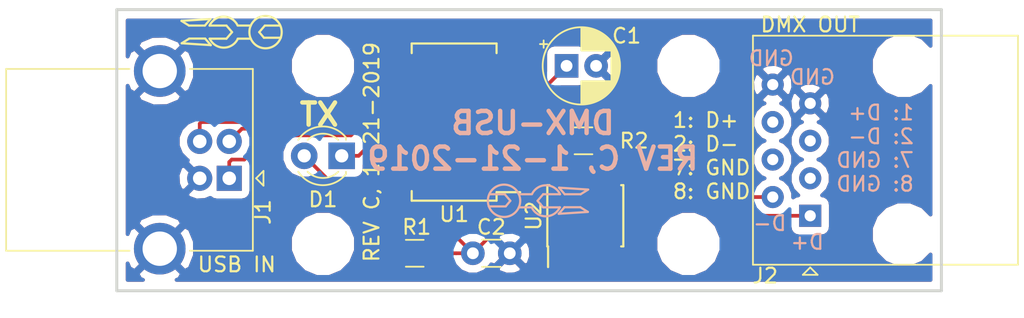
<source format=kicad_pcb>
(kicad_pcb (version 20171130) (host pcbnew "(5.0.0)")

  (general
    (thickness 1.6)
    (drawings 15)
    (tracks 83)
    (zones 0)
    (modules 15)
    (nets 30)
  )

  (page A4)
  (layers
    (0 F.Cu signal)
    (31 B.Cu signal)
    (32 B.Adhes user)
    (33 F.Adhes user)
    (34 B.Paste user)
    (35 F.Paste user)
    (36 B.SilkS user)
    (37 F.SilkS user)
    (38 B.Mask user)
    (39 F.Mask user)
    (40 Dwgs.User user)
    (41 Cmts.User user)
    (42 Eco1.User user)
    (43 Eco2.User user)
    (44 Edge.Cuts user)
    (45 Margin user)
    (46 B.CrtYd user)
    (47 F.CrtYd user)
    (48 B.Fab user)
    (49 F.Fab user)
  )

  (setup
    (last_trace_width 0.25)
    (user_trace_width 0.5)
    (user_trace_width 1)
    (trace_clearance 0.2)
    (zone_clearance 0.508)
    (zone_45_only no)
    (trace_min 0.2)
    (segment_width 0.2)
    (edge_width 0.15)
    (via_size 0.8)
    (via_drill 0.4)
    (via_min_size 0.4)
    (via_min_drill 0.3)
    (uvia_size 0.3)
    (uvia_drill 0.1)
    (uvias_allowed no)
    (uvia_min_size 0.2)
    (uvia_min_drill 0.1)
    (pcb_text_width 0.3)
    (pcb_text_size 1.5 1.5)
    (mod_edge_width 0.15)
    (mod_text_size 1 1)
    (mod_text_width 0.15)
    (pad_size 3.5 3.5)
    (pad_drill 3)
    (pad_to_mask_clearance 0.0508)
    (aux_axis_origin 0 0)
    (visible_elements 7FFFFFFF)
    (pcbplotparams
      (layerselection 0x010fc_ffffffff)
      (usegerberextensions false)
      (usegerberattributes false)
      (usegerberadvancedattributes false)
      (creategerberjobfile false)
      (excludeedgelayer true)
      (linewidth 0.100000)
      (plotframeref false)
      (viasonmask false)
      (mode 1)
      (useauxorigin false)
      (hpglpennumber 1)
      (hpglpenspeed 20)
      (hpglpendiameter 15.000000)
      (psnegative false)
      (psa4output false)
      (plotreference true)
      (plotvalue true)
      (plotinvisibletext false)
      (padsonsilk false)
      (subtractmaskfromsilk false)
      (outputformat 1)
      (mirror false)
      (drillshape 1)
      (scaleselection 1)
      (outputdirectory ""))
  )

  (net 0 "")
  (net 1 VCC)
  (net 2 GND)
  (net 3 "Net-(D1-Pad1)")
  (net 4 "Net-(D1-Pad2)")
  (net 5 "Net-(J1-Pad2)")
  (net 6 "Net-(J1-Pad3)")
  (net 7 D+)
  (net 8 D-)
  (net 9 "Net-(J2-Pad3)")
  (net 10 "Net-(J2-Pad4)")
  (net 11 "Net-(J2-Pad6)")
  (net 12 TX)
  (net 13 "Net-(U1-Pad2)")
  (net 14 "Net-(U1-Pad3)")
  (net 15 "Net-(U1-Pad5)")
  (net 16 "Net-(U1-Pad6)")
  (net 17 "Net-(U1-Pad9)")
  (net 18 "Net-(U1-Pad10)")
  (net 19 "Net-(U1-Pad11)")
  (net 20 "Net-(U1-Pad12)")
  (net 21 "Net-(U1-Pad13)")
  (net 22 "Net-(U1-Pad14)")
  (net 23 "Net-(U1-Pad17)")
  (net 24 "Net-(U1-Pad19)")
  (net 25 "Net-(U1-Pad22)")
  (net 26 "Net-(U1-Pad27)")
  (net 27 "Net-(U1-Pad28)")
  (net 28 "Net-(U2-Pad1)")
  (net 29 "Net-(J2-Pad5)")

  (net_class Default "This is the default net class."
    (clearance 0.2)
    (trace_width 0.25)
    (via_dia 0.8)
    (via_drill 0.4)
    (uvia_dia 0.3)
    (uvia_drill 0.1)
    (add_net D+)
    (add_net D-)
    (add_net GND)
    (add_net "Net-(D1-Pad1)")
    (add_net "Net-(D1-Pad2)")
    (add_net "Net-(J1-Pad2)")
    (add_net "Net-(J1-Pad3)")
    (add_net "Net-(J2-Pad3)")
    (add_net "Net-(J2-Pad4)")
    (add_net "Net-(J2-Pad5)")
    (add_net "Net-(J2-Pad6)")
    (add_net "Net-(U1-Pad10)")
    (add_net "Net-(U1-Pad11)")
    (add_net "Net-(U1-Pad12)")
    (add_net "Net-(U1-Pad13)")
    (add_net "Net-(U1-Pad14)")
    (add_net "Net-(U1-Pad17)")
    (add_net "Net-(U1-Pad19)")
    (add_net "Net-(U1-Pad2)")
    (add_net "Net-(U1-Pad22)")
    (add_net "Net-(U1-Pad27)")
    (add_net "Net-(U1-Pad28)")
    (add_net "Net-(U1-Pad3)")
    (add_net "Net-(U1-Pad5)")
    (add_net "Net-(U1-Pad6)")
    (add_net "Net-(U1-Pad9)")
    (add_net "Net-(U2-Pad1)")
    (add_net TX)
    (add_net VCC)
  )

  (module AOR_custom:AOR_LOGO (layer F.Cu) (tedit 5C26ADAA) (tstamp 5C46851D)
    (at 119.634 68.834)
    (fp_text reference G*** (at 0 0) (layer F.SilkS) hide
      (effects (font (size 1.524 1.524) (thickness 0.3)))
    )
    (fp_text value AOR_LOGO (at 0.75 0) (layer F.SilkS) hide
      (effects (font (size 1.524 1.524) (thickness 0.3)))
    )
    (fp_circle (center 2.205821 0) (end 3.285321 0.1905) (layer F.SilkS) (width 0.15))
    (fp_arc (start -0.622642 0) (end -1.575141 0.444499) (angle -128.4180553) (layer F.SilkS) (width 0.15))
    (fp_arc (start -0.635 0) (end -1.587499 -0.444499) (angle 128.4180553) (layer F.SilkS) (width 0.15))
    (fp_line (start -1.5875 -0.4445) (end -0.4445 -0.4445) (layer F.SilkS) (width 0.15))
    (fp_line (start -0.4445 -0.4445) (end -0.0635 0) (layer F.SilkS) (width 0.15))
    (fp_line (start -0.0635 0) (end -0.4445 0.4445) (layer F.SilkS) (width 0.15))
    (fp_line (start -0.4445 0.4445) (end -1.5875 0.4445) (layer F.SilkS) (width 0.15))
    (fp_line (start 0.3175 -0.4445) (end 1.2065 -0.4445) (layer F.SilkS) (width 0.15))
    (fp_line (start 0.3175 0.4445) (end 1.2065 0.4445) (layer F.SilkS) (width 0.15))
    (fp_line (start 1.778 0) (end 2.159 -0.4445) (layer F.SilkS) (width 0.15))
    (fp_line (start 2.159 -0.4445) (end 3.175 -0.4445) (layer F.SilkS) (width 0.15))
    (fp_line (start 1.778 0) (end 2.0955 0.381) (layer F.SilkS) (width 0.15))
    (fp_line (start 2.0955 0.381) (end 3.2385 0.381) (layer F.SilkS) (width 0.15))
    (fp_line (start -1.905 -0.4445) (end -2.9845 -0.4445) (layer F.SilkS) (width 0.15))
    (fp_line (start -2.9845 -0.4445) (end -3.4925 -0.762) (layer F.SilkS) (width 0.15))
    (fp_line (start -3.4925 -0.762) (end -1.524 -0.889) (layer F.SilkS) (width 0.15))
    (fp_line (start -1.524 -0.889) (end -1.905 -0.4445) (layer F.SilkS) (width 0.15))
    (fp_line (start -1.505128 0.88103) (end -1.886128 0.43653) (layer F.SilkS) (width 0.15))
    (fp_line (start -1.886128 0.43653) (end -2.965628 0.43653) (layer F.SilkS) (width 0.15))
    (fp_line (start -3.473628 0.75403) (end -1.505128 0.88103) (layer F.SilkS) (width 0.15))
    (fp_line (start -2.965628 0.43653) (end -3.473628 0.75403) (layer F.SilkS) (width 0.15))
  )

  (module MountingHole:MountingHole_3.2mm_M3 (layer F.Cu) (tedit 5C3800D2) (tstamp 5C467B85)
    (at 150.495 71.12)
    (descr "Mounting Hole 3.2mm, no annular, M3")
    (tags "mounting hole 3.2mm no annular m3")
    (attr virtual)
    (fp_text reference "" (at 0 -4.2) (layer F.SilkS)
      (effects (font (size 1 1) (thickness 0.15)))
    )
    (fp_text value MountingHole_3.2mm_M3 (at 0 4.2) (layer F.Fab)
      (effects (font (size 1 1) (thickness 0.15)))
    )
    (fp_text user %R (at 0.3 0) (layer F.Fab)
      (effects (font (size 1 1) (thickness 0.15)))
    )
    (fp_circle (center 0 0) (end 3.2 0) (layer Cmts.User) (width 0.15))
    (fp_circle (center 0 0) (end 3.45 0) (layer F.CrtYd) (width 0.05))
    (pad 1 np_thru_hole circle (at 0 0) (size 3.2 3.2) (drill 3.2) (layers *.Cu *.Mask))
  )

  (module MountingHole:MountingHole_3.2mm_M3 (layer F.Cu) (tedit 5C3800D2) (tstamp 5C46AE6C)
    (at 125.73 83.185)
    (descr "Mounting Hole 3.2mm, no annular, M3")
    (tags "mounting hole 3.2mm no annular m3")
    (attr virtual)
    (fp_text reference "" (at 0 -4.2) (layer F.SilkS)
      (effects (font (size 1 1) (thickness 0.15)))
    )
    (fp_text value MountingHole_3.2mm_M3 (at 0 4.2) (layer F.Fab)
      (effects (font (size 1 1) (thickness 0.15)))
    )
    (fp_text user %R (at 0.3 0) (layer F.Fab)
      (effects (font (size 1 1) (thickness 0.15)))
    )
    (fp_circle (center 0 0) (end 3.2 0) (layer Cmts.User) (width 0.15))
    (fp_circle (center 0 0) (end 3.45 0) (layer F.CrtYd) (width 0.05))
    (pad 1 np_thru_hole circle (at 0 0) (size 3.2 3.2) (drill 3.2) (layers *.Cu *.Mask))
  )

  (module MountingHole:MountingHole_3.2mm_M3 (layer F.Cu) (tedit 5C3800D2) (tstamp 5C46B756)
    (at 150.495 83.185)
    (descr "Mounting Hole 3.2mm, no annular, M3")
    (tags "mounting hole 3.2mm no annular m3")
    (attr virtual)
    (fp_text reference "" (at 0 -4.2) (layer F.SilkS)
      (effects (font (size 1 1) (thickness 0.15)))
    )
    (fp_text value MountingHole_3.2mm_M3 (at 0 4.2) (layer F.Fab)
      (effects (font (size 1 1) (thickness 0.15)))
    )
    (fp_text user %R (at 0.3 0) (layer F.Fab)
      (effects (font (size 1 1) (thickness 0.15)))
    )
    (fp_circle (center 0 0) (end 3.2 0) (layer Cmts.User) (width 0.15))
    (fp_circle (center 0 0) (end 3.45 0) (layer F.CrtYd) (width 0.05))
    (pad 1 np_thru_hole circle (at 0 0) (size 3.2 3.2) (drill 3.2) (layers *.Cu *.Mask))
  )

  (module Capacitor_THT:CP_Radial_D5.0mm_P2.00mm (layer F.Cu) (tedit 5AE50EF0) (tstamp 5C444EAC)
    (at 142.24 71.12)
    (descr "CP, Radial series, Radial, pin pitch=2.00mm, , diameter=5mm, Electrolytic Capacitor")
    (tags "CP Radial series Radial pin pitch 2.00mm  diameter 5mm Electrolytic Capacitor")
    (path /5C37FD08)
    (fp_text reference C1 (at 4.064 -2.032) (layer F.SilkS)
      (effects (font (size 1 1) (thickness 0.15)))
    )
    (fp_text value "10 uF" (at 1 3.75) (layer F.Fab)
      (effects (font (size 1 1) (thickness 0.15)))
    )
    (fp_circle (center 1 0) (end 3.5 0) (layer F.Fab) (width 0.1))
    (fp_circle (center 1 0) (end 3.62 0) (layer F.SilkS) (width 0.12))
    (fp_circle (center 1 0) (end 3.75 0) (layer F.CrtYd) (width 0.05))
    (fp_line (start -1.133605 -1.0875) (end -0.633605 -1.0875) (layer F.Fab) (width 0.1))
    (fp_line (start -0.883605 -1.3375) (end -0.883605 -0.8375) (layer F.Fab) (width 0.1))
    (fp_line (start 1 1.04) (end 1 2.58) (layer F.SilkS) (width 0.12))
    (fp_line (start 1 -2.58) (end 1 -1.04) (layer F.SilkS) (width 0.12))
    (fp_line (start 1.04 1.04) (end 1.04 2.58) (layer F.SilkS) (width 0.12))
    (fp_line (start 1.04 -2.58) (end 1.04 -1.04) (layer F.SilkS) (width 0.12))
    (fp_line (start 1.08 -2.579) (end 1.08 -1.04) (layer F.SilkS) (width 0.12))
    (fp_line (start 1.08 1.04) (end 1.08 2.579) (layer F.SilkS) (width 0.12))
    (fp_line (start 1.12 -2.578) (end 1.12 -1.04) (layer F.SilkS) (width 0.12))
    (fp_line (start 1.12 1.04) (end 1.12 2.578) (layer F.SilkS) (width 0.12))
    (fp_line (start 1.16 -2.576) (end 1.16 -1.04) (layer F.SilkS) (width 0.12))
    (fp_line (start 1.16 1.04) (end 1.16 2.576) (layer F.SilkS) (width 0.12))
    (fp_line (start 1.2 -2.573) (end 1.2 -1.04) (layer F.SilkS) (width 0.12))
    (fp_line (start 1.2 1.04) (end 1.2 2.573) (layer F.SilkS) (width 0.12))
    (fp_line (start 1.24 -2.569) (end 1.24 -1.04) (layer F.SilkS) (width 0.12))
    (fp_line (start 1.24 1.04) (end 1.24 2.569) (layer F.SilkS) (width 0.12))
    (fp_line (start 1.28 -2.565) (end 1.28 -1.04) (layer F.SilkS) (width 0.12))
    (fp_line (start 1.28 1.04) (end 1.28 2.565) (layer F.SilkS) (width 0.12))
    (fp_line (start 1.32 -2.561) (end 1.32 -1.04) (layer F.SilkS) (width 0.12))
    (fp_line (start 1.32 1.04) (end 1.32 2.561) (layer F.SilkS) (width 0.12))
    (fp_line (start 1.36 -2.556) (end 1.36 -1.04) (layer F.SilkS) (width 0.12))
    (fp_line (start 1.36 1.04) (end 1.36 2.556) (layer F.SilkS) (width 0.12))
    (fp_line (start 1.4 -2.55) (end 1.4 -1.04) (layer F.SilkS) (width 0.12))
    (fp_line (start 1.4 1.04) (end 1.4 2.55) (layer F.SilkS) (width 0.12))
    (fp_line (start 1.44 -2.543) (end 1.44 -1.04) (layer F.SilkS) (width 0.12))
    (fp_line (start 1.44 1.04) (end 1.44 2.543) (layer F.SilkS) (width 0.12))
    (fp_line (start 1.48 -2.536) (end 1.48 -1.04) (layer F.SilkS) (width 0.12))
    (fp_line (start 1.48 1.04) (end 1.48 2.536) (layer F.SilkS) (width 0.12))
    (fp_line (start 1.52 -2.528) (end 1.52 -1.04) (layer F.SilkS) (width 0.12))
    (fp_line (start 1.52 1.04) (end 1.52 2.528) (layer F.SilkS) (width 0.12))
    (fp_line (start 1.56 -2.52) (end 1.56 -1.04) (layer F.SilkS) (width 0.12))
    (fp_line (start 1.56 1.04) (end 1.56 2.52) (layer F.SilkS) (width 0.12))
    (fp_line (start 1.6 -2.511) (end 1.6 -1.04) (layer F.SilkS) (width 0.12))
    (fp_line (start 1.6 1.04) (end 1.6 2.511) (layer F.SilkS) (width 0.12))
    (fp_line (start 1.64 -2.501) (end 1.64 -1.04) (layer F.SilkS) (width 0.12))
    (fp_line (start 1.64 1.04) (end 1.64 2.501) (layer F.SilkS) (width 0.12))
    (fp_line (start 1.68 -2.491) (end 1.68 -1.04) (layer F.SilkS) (width 0.12))
    (fp_line (start 1.68 1.04) (end 1.68 2.491) (layer F.SilkS) (width 0.12))
    (fp_line (start 1.721 -2.48) (end 1.721 -1.04) (layer F.SilkS) (width 0.12))
    (fp_line (start 1.721 1.04) (end 1.721 2.48) (layer F.SilkS) (width 0.12))
    (fp_line (start 1.761 -2.468) (end 1.761 -1.04) (layer F.SilkS) (width 0.12))
    (fp_line (start 1.761 1.04) (end 1.761 2.468) (layer F.SilkS) (width 0.12))
    (fp_line (start 1.801 -2.455) (end 1.801 -1.04) (layer F.SilkS) (width 0.12))
    (fp_line (start 1.801 1.04) (end 1.801 2.455) (layer F.SilkS) (width 0.12))
    (fp_line (start 1.841 -2.442) (end 1.841 -1.04) (layer F.SilkS) (width 0.12))
    (fp_line (start 1.841 1.04) (end 1.841 2.442) (layer F.SilkS) (width 0.12))
    (fp_line (start 1.881 -2.428) (end 1.881 -1.04) (layer F.SilkS) (width 0.12))
    (fp_line (start 1.881 1.04) (end 1.881 2.428) (layer F.SilkS) (width 0.12))
    (fp_line (start 1.921 -2.414) (end 1.921 -1.04) (layer F.SilkS) (width 0.12))
    (fp_line (start 1.921 1.04) (end 1.921 2.414) (layer F.SilkS) (width 0.12))
    (fp_line (start 1.961 -2.398) (end 1.961 -1.04) (layer F.SilkS) (width 0.12))
    (fp_line (start 1.961 1.04) (end 1.961 2.398) (layer F.SilkS) (width 0.12))
    (fp_line (start 2.001 -2.382) (end 2.001 -1.04) (layer F.SilkS) (width 0.12))
    (fp_line (start 2.001 1.04) (end 2.001 2.382) (layer F.SilkS) (width 0.12))
    (fp_line (start 2.041 -2.365) (end 2.041 -1.04) (layer F.SilkS) (width 0.12))
    (fp_line (start 2.041 1.04) (end 2.041 2.365) (layer F.SilkS) (width 0.12))
    (fp_line (start 2.081 -2.348) (end 2.081 -1.04) (layer F.SilkS) (width 0.12))
    (fp_line (start 2.081 1.04) (end 2.081 2.348) (layer F.SilkS) (width 0.12))
    (fp_line (start 2.121 -2.329) (end 2.121 -1.04) (layer F.SilkS) (width 0.12))
    (fp_line (start 2.121 1.04) (end 2.121 2.329) (layer F.SilkS) (width 0.12))
    (fp_line (start 2.161 -2.31) (end 2.161 -1.04) (layer F.SilkS) (width 0.12))
    (fp_line (start 2.161 1.04) (end 2.161 2.31) (layer F.SilkS) (width 0.12))
    (fp_line (start 2.201 -2.29) (end 2.201 -1.04) (layer F.SilkS) (width 0.12))
    (fp_line (start 2.201 1.04) (end 2.201 2.29) (layer F.SilkS) (width 0.12))
    (fp_line (start 2.241 -2.268) (end 2.241 -1.04) (layer F.SilkS) (width 0.12))
    (fp_line (start 2.241 1.04) (end 2.241 2.268) (layer F.SilkS) (width 0.12))
    (fp_line (start 2.281 -2.247) (end 2.281 -1.04) (layer F.SilkS) (width 0.12))
    (fp_line (start 2.281 1.04) (end 2.281 2.247) (layer F.SilkS) (width 0.12))
    (fp_line (start 2.321 -2.224) (end 2.321 -1.04) (layer F.SilkS) (width 0.12))
    (fp_line (start 2.321 1.04) (end 2.321 2.224) (layer F.SilkS) (width 0.12))
    (fp_line (start 2.361 -2.2) (end 2.361 -1.04) (layer F.SilkS) (width 0.12))
    (fp_line (start 2.361 1.04) (end 2.361 2.2) (layer F.SilkS) (width 0.12))
    (fp_line (start 2.401 -2.175) (end 2.401 -1.04) (layer F.SilkS) (width 0.12))
    (fp_line (start 2.401 1.04) (end 2.401 2.175) (layer F.SilkS) (width 0.12))
    (fp_line (start 2.441 -2.149) (end 2.441 -1.04) (layer F.SilkS) (width 0.12))
    (fp_line (start 2.441 1.04) (end 2.441 2.149) (layer F.SilkS) (width 0.12))
    (fp_line (start 2.481 -2.122) (end 2.481 -1.04) (layer F.SilkS) (width 0.12))
    (fp_line (start 2.481 1.04) (end 2.481 2.122) (layer F.SilkS) (width 0.12))
    (fp_line (start 2.521 -2.095) (end 2.521 -1.04) (layer F.SilkS) (width 0.12))
    (fp_line (start 2.521 1.04) (end 2.521 2.095) (layer F.SilkS) (width 0.12))
    (fp_line (start 2.561 -2.065) (end 2.561 -1.04) (layer F.SilkS) (width 0.12))
    (fp_line (start 2.561 1.04) (end 2.561 2.065) (layer F.SilkS) (width 0.12))
    (fp_line (start 2.601 -2.035) (end 2.601 -1.04) (layer F.SilkS) (width 0.12))
    (fp_line (start 2.601 1.04) (end 2.601 2.035) (layer F.SilkS) (width 0.12))
    (fp_line (start 2.641 -2.004) (end 2.641 -1.04) (layer F.SilkS) (width 0.12))
    (fp_line (start 2.641 1.04) (end 2.641 2.004) (layer F.SilkS) (width 0.12))
    (fp_line (start 2.681 -1.971) (end 2.681 -1.04) (layer F.SilkS) (width 0.12))
    (fp_line (start 2.681 1.04) (end 2.681 1.971) (layer F.SilkS) (width 0.12))
    (fp_line (start 2.721 -1.937) (end 2.721 -1.04) (layer F.SilkS) (width 0.12))
    (fp_line (start 2.721 1.04) (end 2.721 1.937) (layer F.SilkS) (width 0.12))
    (fp_line (start 2.761 -1.901) (end 2.761 -1.04) (layer F.SilkS) (width 0.12))
    (fp_line (start 2.761 1.04) (end 2.761 1.901) (layer F.SilkS) (width 0.12))
    (fp_line (start 2.801 -1.864) (end 2.801 -1.04) (layer F.SilkS) (width 0.12))
    (fp_line (start 2.801 1.04) (end 2.801 1.864) (layer F.SilkS) (width 0.12))
    (fp_line (start 2.841 -1.826) (end 2.841 -1.04) (layer F.SilkS) (width 0.12))
    (fp_line (start 2.841 1.04) (end 2.841 1.826) (layer F.SilkS) (width 0.12))
    (fp_line (start 2.881 -1.785) (end 2.881 -1.04) (layer F.SilkS) (width 0.12))
    (fp_line (start 2.881 1.04) (end 2.881 1.785) (layer F.SilkS) (width 0.12))
    (fp_line (start 2.921 -1.743) (end 2.921 -1.04) (layer F.SilkS) (width 0.12))
    (fp_line (start 2.921 1.04) (end 2.921 1.743) (layer F.SilkS) (width 0.12))
    (fp_line (start 2.961 -1.699) (end 2.961 -1.04) (layer F.SilkS) (width 0.12))
    (fp_line (start 2.961 1.04) (end 2.961 1.699) (layer F.SilkS) (width 0.12))
    (fp_line (start 3.001 -1.653) (end 3.001 -1.04) (layer F.SilkS) (width 0.12))
    (fp_line (start 3.001 1.04) (end 3.001 1.653) (layer F.SilkS) (width 0.12))
    (fp_line (start 3.041 -1.605) (end 3.041 1.605) (layer F.SilkS) (width 0.12))
    (fp_line (start 3.081 -1.554) (end 3.081 1.554) (layer F.SilkS) (width 0.12))
    (fp_line (start 3.121 -1.5) (end 3.121 1.5) (layer F.SilkS) (width 0.12))
    (fp_line (start 3.161 -1.443) (end 3.161 1.443) (layer F.SilkS) (width 0.12))
    (fp_line (start 3.201 -1.383) (end 3.201 1.383) (layer F.SilkS) (width 0.12))
    (fp_line (start 3.241 -1.319) (end 3.241 1.319) (layer F.SilkS) (width 0.12))
    (fp_line (start 3.281 -1.251) (end 3.281 1.251) (layer F.SilkS) (width 0.12))
    (fp_line (start 3.321 -1.178) (end 3.321 1.178) (layer F.SilkS) (width 0.12))
    (fp_line (start 3.361 -1.098) (end 3.361 1.098) (layer F.SilkS) (width 0.12))
    (fp_line (start 3.401 -1.011) (end 3.401 1.011) (layer F.SilkS) (width 0.12))
    (fp_line (start 3.441 -0.915) (end 3.441 0.915) (layer F.SilkS) (width 0.12))
    (fp_line (start 3.481 -0.805) (end 3.481 0.805) (layer F.SilkS) (width 0.12))
    (fp_line (start 3.521 -0.677) (end 3.521 0.677) (layer F.SilkS) (width 0.12))
    (fp_line (start 3.561 -0.518) (end 3.561 0.518) (layer F.SilkS) (width 0.12))
    (fp_line (start 3.601 -0.284) (end 3.601 0.284) (layer F.SilkS) (width 0.12))
    (fp_line (start -1.804775 -1.475) (end -1.304775 -1.475) (layer F.SilkS) (width 0.12))
    (fp_line (start -1.554775 -1.725) (end -1.554775 -1.225) (layer F.SilkS) (width 0.12))
    (fp_text user %R (at 1 0) (layer F.Fab)
      (effects (font (size 1 1) (thickness 0.15)))
    )
    (pad 1 thru_hole rect (at 0 0) (size 1.6 1.6) (drill 0.8) (layers *.Cu *.Mask)
      (net 1 VCC))
    (pad 2 thru_hole circle (at 2 0) (size 1.6 1.6) (drill 0.8) (layers *.Cu *.Mask)
      (net 2 GND))
    (model ${KISYS3DMOD}/Capacitor_THT.3dshapes/CP_Radial_D5.0mm_P2.00mm.wrl
      (at (xyz 0 0 0))
      (scale (xyz 1 1 1))
      (rotate (xyz 0 0 0))
    )
  )

  (module Capacitor_THT:C_Disc_D3.0mm_W1.6mm_P2.50mm (layer F.Cu) (tedit 5AE50EF0) (tstamp 5C444EBD)
    (at 135.89 83.82)
    (descr "C, Disc series, Radial, pin pitch=2.50mm, , diameter*width=3.0*1.6mm^2, Capacitor, http://www.vishay.com/docs/45233/krseries.pdf")
    (tags "C Disc series Radial pin pitch 2.50mm  diameter 3.0mm width 1.6mm Capacitor")
    (path /5C37FC91)
    (fp_text reference C2 (at 1.25 -1.778) (layer F.SilkS)
      (effects (font (size 1 1) (thickness 0.15)))
    )
    (fp_text value "0.1 uF" (at 1.25 2.05) (layer F.Fab)
      (effects (font (size 1 1) (thickness 0.15)))
    )
    (fp_line (start -0.25 -0.8) (end -0.25 0.8) (layer F.Fab) (width 0.1))
    (fp_line (start -0.25 0.8) (end 2.75 0.8) (layer F.Fab) (width 0.1))
    (fp_line (start 2.75 0.8) (end 2.75 -0.8) (layer F.Fab) (width 0.1))
    (fp_line (start 2.75 -0.8) (end -0.25 -0.8) (layer F.Fab) (width 0.1))
    (fp_line (start 0.621 -0.92) (end 1.879 -0.92) (layer F.SilkS) (width 0.12))
    (fp_line (start 0.621 0.92) (end 1.879 0.92) (layer F.SilkS) (width 0.12))
    (fp_line (start -1.05 -1.05) (end -1.05 1.05) (layer F.CrtYd) (width 0.05))
    (fp_line (start -1.05 1.05) (end 3.55 1.05) (layer F.CrtYd) (width 0.05))
    (fp_line (start 3.55 1.05) (end 3.55 -1.05) (layer F.CrtYd) (width 0.05))
    (fp_line (start 3.55 -1.05) (end -1.05 -1.05) (layer F.CrtYd) (width 0.05))
    (fp_text user %R (at 1.25 0) (layer F.Fab)
      (effects (font (size 0.6 0.6) (thickness 0.09)))
    )
    (pad 1 thru_hole circle (at 0 0) (size 1.6 1.6) (drill 0.8) (layers *.Cu *.Mask)
      (net 1 VCC))
    (pad 2 thru_hole circle (at 2.5 0) (size 1.6 1.6) (drill 0.8) (layers *.Cu *.Mask)
      (net 2 GND))
    (model ${KISYS3DMOD}/Capacitor_THT.3dshapes/C_Disc_D3.0mm_W1.6mm_P2.50mm.wrl
      (at (xyz 0 0 0))
      (scale (xyz 1 1 1))
      (rotate (xyz 0 0 0))
    )
  )

  (module LED_THT:LED_D3.0mm (layer F.Cu) (tedit 587A3A7B) (tstamp 5C444ED0)
    (at 127 77.216 180)
    (descr "LED, diameter 3.0mm, 2 pins")
    (tags "LED diameter 3.0mm 2 pins")
    (path /5C37FFAC)
    (fp_text reference D1 (at 1.27 -2.96 180) (layer F.SilkS)
      (effects (font (size 1 1) (thickness 0.15)))
    )
    (fp_text value LED (at 1.27 2.96 180) (layer F.Fab)
      (effects (font (size 1 1) (thickness 0.15)))
    )
    (fp_arc (start 1.27 0) (end -0.23 -1.16619) (angle 284.3) (layer F.Fab) (width 0.1))
    (fp_arc (start 1.27 0) (end -0.29 -1.235516) (angle 108.8) (layer F.SilkS) (width 0.12))
    (fp_arc (start 1.27 0) (end -0.29 1.235516) (angle -108.8) (layer F.SilkS) (width 0.12))
    (fp_arc (start 1.27 0) (end 0.229039 -1.08) (angle 87.9) (layer F.SilkS) (width 0.12))
    (fp_arc (start 1.27 0) (end 0.229039 1.08) (angle -87.9) (layer F.SilkS) (width 0.12))
    (fp_circle (center 1.27 0) (end 2.77 0) (layer F.Fab) (width 0.1))
    (fp_line (start -0.23 -1.16619) (end -0.23 1.16619) (layer F.Fab) (width 0.1))
    (fp_line (start -0.29 -1.236) (end -0.29 -1.08) (layer F.SilkS) (width 0.12))
    (fp_line (start -0.29 1.08) (end -0.29 1.236) (layer F.SilkS) (width 0.12))
    (fp_line (start -1.15 -2.25) (end -1.15 2.25) (layer F.CrtYd) (width 0.05))
    (fp_line (start -1.15 2.25) (end 3.7 2.25) (layer F.CrtYd) (width 0.05))
    (fp_line (start 3.7 2.25) (end 3.7 -2.25) (layer F.CrtYd) (width 0.05))
    (fp_line (start 3.7 -2.25) (end -1.15 -2.25) (layer F.CrtYd) (width 0.05))
    (pad 1 thru_hole rect (at 0 0 180) (size 1.8 1.8) (drill 0.9) (layers *.Cu *.Mask)
      (net 3 "Net-(D1-Pad1)"))
    (pad 2 thru_hole circle (at 2.54 0 180) (size 1.8 1.8) (drill 0.9) (layers *.Cu *.Mask)
      (net 4 "Net-(D1-Pad2)"))
    (model ${KISYS3DMOD}/LED_THT.3dshapes/LED_D3.0mm.wrl
      (at (xyz 0 0 0))
      (scale (xyz 1 1 1))
      (rotate (xyz 0 0 0))
    )
  )

  (module Connector_USB:USB_B_OST_USB-B1HSxx_Horizontal (layer F.Cu) (tedit 5AFE01FF) (tstamp 5C444EED)
    (at 119.38 78.74 180)
    (descr "USB B receptacle, Horizontal, through-hole, http://www.on-shore.com/wp-content/uploads/2015/09/usb-b1hsxx.pdf")
    (tags "USB-B receptacle horizontal through-hole")
    (path /5C37FBB2)
    (fp_text reference J1 (at -2.286 -2.286 270) (layer F.SilkS)
      (effects (font (size 1 1) (thickness 0.15)))
    )
    (fp_text value USB_B (at 6.76 10.27 180) (layer F.Fab)
      (effects (font (size 1 1) (thickness 0.15)))
    )
    (fp_line (start -0.49 -4.8) (end 15.01 -4.8) (layer F.Fab) (width 0.1))
    (fp_line (start 15.01 -4.8) (end 15.01 7.3) (layer F.Fab) (width 0.1))
    (fp_line (start 15.01 7.3) (end -1.49 7.3) (layer F.Fab) (width 0.1))
    (fp_line (start -1.49 7.3) (end -1.49 -3.8) (layer F.Fab) (width 0.1))
    (fp_line (start -1.49 -3.8) (end -0.49 -4.8) (layer F.Fab) (width 0.1))
    (fp_line (start 2.66 -4.91) (end -1.6 -4.91) (layer F.SilkS) (width 0.12))
    (fp_line (start -1.6 -4.91) (end -1.6 7.41) (layer F.SilkS) (width 0.12))
    (fp_line (start -1.6 7.41) (end 2.66 7.41) (layer F.SilkS) (width 0.12))
    (fp_line (start 6.76 -4.91) (end 15.12 -4.91) (layer F.SilkS) (width 0.12))
    (fp_line (start 15.12 -4.91) (end 15.12 7.41) (layer F.SilkS) (width 0.12))
    (fp_line (start 15.12 7.41) (end 6.76 7.41) (layer F.SilkS) (width 0.12))
    (fp_line (start -1.82 0) (end -2.32 -0.5) (layer F.SilkS) (width 0.12))
    (fp_line (start -2.32 -0.5) (end -2.32 0.5) (layer F.SilkS) (width 0.12))
    (fp_line (start -2.32 0.5) (end -1.82 0) (layer F.SilkS) (width 0.12))
    (fp_line (start -1.99 -7.02) (end -1.99 9.52) (layer F.CrtYd) (width 0.05))
    (fp_line (start -1.99 9.52) (end 15.51 9.52) (layer F.CrtYd) (width 0.05))
    (fp_line (start 15.51 9.52) (end 15.51 -7.02) (layer F.CrtYd) (width 0.05))
    (fp_line (start 15.51 -7.02) (end -1.99 -7.02) (layer F.CrtYd) (width 0.05))
    (fp_text user %R (at 6.76 1.25 180) (layer F.Fab)
      (effects (font (size 1 1) (thickness 0.15)))
    )
    (pad 1 thru_hole rect (at 0 0 180) (size 1.7 1.7) (drill 0.92) (layers *.Cu *.Mask)
      (net 1 VCC))
    (pad 2 thru_hole circle (at 0 2.5 180) (size 1.7 1.7) (drill 0.92) (layers *.Cu *.Mask)
      (net 5 "Net-(J1-Pad2)"))
    (pad 3 thru_hole circle (at 2 2.5 180) (size 1.7 1.7) (drill 0.92) (layers *.Cu *.Mask)
      (net 6 "Net-(J1-Pad3)"))
    (pad 4 thru_hole circle (at 2 0 180) (size 1.7 1.7) (drill 0.92) (layers *.Cu *.Mask)
      (net 2 GND))
    (pad 5 thru_hole circle (at 4.71 -4.77 180) (size 3.5 3.5) (drill 2.33) (layers *.Cu *.Mask)
      (net 2 GND))
    (pad 5 thru_hole circle (at 4.71 7.27 180) (size 3.5 3.5) (drill 2.33) (layers *.Cu *.Mask)
      (net 2 GND))
    (model ${KISYS3DMOD}/Connector_USB.3dshapes/USB_B_OST_USB-B1HSxx_Horizontal.wrl
      (at (xyz 0 0 0))
      (scale (xyz 1 1 1))
      (rotate (xyz 0 0 0))
    )
  )

  (module Connector_RJ:RJ45_Amphenol_54602-x08_Horizontal (layer F.Cu) (tedit 5B103613) (tstamp 5C44526D)
    (at 158.75 81.28 90)
    (descr "8 Pol Shallow Latch Connector, Modjack, RJ45 (https://cdn.amphenol-icc.com/media/wysiwyg/files/drawing/c-bmj-0102.pdf)")
    (tags RJ45)
    (path /5C381730)
    (fp_text reference J2 (at -4.064 -3.048 180) (layer F.SilkS)
      (effects (font (size 1 1) (thickness 0.15)))
    )
    (fp_text value RJ45 (at 4.445 4 90) (layer F.Fab)
      (effects (font (size 1 1) (thickness 0.15)))
    )
    (fp_text user %R (at 4.445 2 90) (layer F.Fab)
      (effects (font (size 1 1) (thickness 0.15)))
    )
    (fp_line (start -4 0.5) (end -3.5 0) (layer F.SilkS) (width 0.12))
    (fp_line (start -4 -0.5) (end -4 0.5) (layer F.SilkS) (width 0.12))
    (fp_line (start -3.5 0) (end -4 -0.5) (layer F.SilkS) (width 0.12))
    (fp_line (start -3.205 13.97) (end -3.205 -2.77) (layer F.Fab) (width 0.12))
    (fp_line (start 12.095 13.97) (end -3.205 13.97) (layer F.Fab) (width 0.12))
    (fp_line (start 12.095 -3.77) (end 12.095 13.97) (layer F.Fab) (width 0.12))
    (fp_line (start -2.205 -3.77) (end 12.095 -3.77) (layer F.Fab) (width 0.12))
    (fp_line (start -3.205 -2.77) (end -2.205 -3.77) (layer F.Fab) (width 0.12))
    (fp_line (start -3.315 14.08) (end 12.205 14.08) (layer F.SilkS) (width 0.12))
    (fp_line (start 12.205 -3.88) (end 12.205 14.08) (layer F.SilkS) (width 0.12))
    (fp_line (start 12.205 -3.88) (end -3.315 -3.88) (layer F.SilkS) (width 0.12))
    (fp_line (start -3.315 -3.88) (end -3.315 14.08) (layer F.SilkS) (width 0.12))
    (fp_line (start -3.71 -4.27) (end 12.6 -4.27) (layer F.CrtYd) (width 0.05))
    (fp_line (start -3.71 -4.27) (end -3.71 14.47) (layer F.CrtYd) (width 0.05))
    (fp_line (start 12.6 14.47) (end 12.6 -4.27) (layer F.CrtYd) (width 0.05))
    (fp_line (start 12.6 14.47) (end -3.71 14.47) (layer F.CrtYd) (width 0.05))
    (pad "" np_thru_hole circle (at 10.16 6.35 90) (size 3.2 3.2) (drill 3.2) (layers *.Cu *.Mask))
    (pad "" np_thru_hole circle (at -1.27 6.35 90) (size 3.2 3.2) (drill 3.2) (layers *.Cu *.Mask))
    (pad 1 thru_hole rect (at 0 0 90) (size 1.5 1.5) (drill 0.76) (layers *.Cu *.Mask)
      (net 7 D+))
    (pad 2 thru_hole circle (at 1.27 -2.54 90) (size 1.5 1.5) (drill 0.76) (layers *.Cu *.Mask)
      (net 8 D-))
    (pad 3 thru_hole circle (at 2.54 0 90) (size 1.5 1.5) (drill 0.76) (layers *.Cu *.Mask)
      (net 9 "Net-(J2-Pad3)"))
    (pad 4 thru_hole circle (at 3.81 -2.54 90) (size 1.5 1.5) (drill 0.76) (layers *.Cu *.Mask)
      (net 10 "Net-(J2-Pad4)"))
    (pad 5 thru_hole circle (at 5.08 0 90) (size 1.5 1.5) (drill 0.76) (layers *.Cu *.Mask)
      (net 29 "Net-(J2-Pad5)"))
    (pad 6 thru_hole circle (at 6.35 -2.54 90) (size 1.5 1.5) (drill 0.76) (layers *.Cu *.Mask)
      (net 11 "Net-(J2-Pad6)"))
    (pad 7 thru_hole circle (at 7.62 0 90) (size 1.5 1.5) (drill 0.76) (layers *.Cu *.Mask)
      (net 2 GND))
    (pad 8 thru_hole circle (at 8.89 -2.54 90) (size 1.5 1.5) (drill 0.76) (layers *.Cu *.Mask)
      (net 2 GND))
    (model ${KISYS3DMOD}/Connector_RJ.3dshapes/RJ45_Amphenol_54602-x08_Horizontal.wrl
      (at (xyz 0 0 0))
      (scale (xyz 1 1 1))
      (rotate (xyz 0 0 0))
    )
  )

  (module Resistor_SMD:R_1206_3216Metric (layer F.Cu) (tedit 5B301BBD) (tstamp 5C444F1D)
    (at 131.95 83.82 180)
    (descr "Resistor SMD 1206 (3216 Metric), square (rectangular) end terminal, IPC_7351 nominal, (Body size source: http://www.tortai-tech.com/upload/download/2011102023233369053.pdf), generated with kicad-footprint-generator")
    (tags resistor)
    (path /5C37FDFD)
    (attr smd)
    (fp_text reference R1 (at -0.13 1.778 180) (layer F.SilkS)
      (effects (font (size 1 1) (thickness 0.15)))
    )
    (fp_text value 220 (at 0 1.82 180) (layer F.Fab)
      (effects (font (size 1 1) (thickness 0.15)))
    )
    (fp_line (start -1.6 0.8) (end -1.6 -0.8) (layer F.Fab) (width 0.1))
    (fp_line (start -1.6 -0.8) (end 1.6 -0.8) (layer F.Fab) (width 0.1))
    (fp_line (start 1.6 -0.8) (end 1.6 0.8) (layer F.Fab) (width 0.1))
    (fp_line (start 1.6 0.8) (end -1.6 0.8) (layer F.Fab) (width 0.1))
    (fp_line (start -0.602064 -0.91) (end 0.602064 -0.91) (layer F.SilkS) (width 0.12))
    (fp_line (start -0.602064 0.91) (end 0.602064 0.91) (layer F.SilkS) (width 0.12))
    (fp_line (start -2.28 1.12) (end -2.28 -1.12) (layer F.CrtYd) (width 0.05))
    (fp_line (start -2.28 -1.12) (end 2.28 -1.12) (layer F.CrtYd) (width 0.05))
    (fp_line (start 2.28 -1.12) (end 2.28 1.12) (layer F.CrtYd) (width 0.05))
    (fp_line (start 2.28 1.12) (end -2.28 1.12) (layer F.CrtYd) (width 0.05))
    (fp_text user %R (at 0 0 180) (layer F.Fab)
      (effects (font (size 0.8 0.8) (thickness 0.12)))
    )
    (pad 1 smd roundrect (at -1.4 0 180) (size 1.25 1.75) (layers F.Cu F.Paste F.Mask) (roundrect_rratio 0.2)
      (net 1 VCC))
    (pad 2 smd roundrect (at 1.4 0 180) (size 1.25 1.75) (layers F.Cu F.Paste F.Mask) (roundrect_rratio 0.2)
      (net 4 "Net-(D1-Pad2)"))
    (model ${KISYS3DMOD}/Resistor_SMD.3dshapes/R_1206_3216Metric.wrl
      (at (xyz 0 0 0))
      (scale (xyz 1 1 1))
      (rotate (xyz 0 0 0))
    )
  )

  (module Resistor_SMD:R_1206_3216Metric (layer F.Cu) (tedit 5B301BBD) (tstamp 5C444F2E)
    (at 143.386 76.2)
    (descr "Resistor SMD 1206 (3216 Metric), square (rectangular) end terminal, IPC_7351 nominal, (Body size source: http://www.tortai-tech.com/upload/download/2011102023233369053.pdf), generated with kicad-footprint-generator")
    (tags resistor)
    (path /5C3821FE)
    (attr smd)
    (fp_text reference R2 (at 3.426 0) (layer F.SilkS)
      (effects (font (size 1 1) (thickness 0.15)))
    )
    (fp_text value 220 (at 0 1.82) (layer F.Fab)
      (effects (font (size 1 1) (thickness 0.15)))
    )
    (fp_text user %R (at 0 0) (layer F.Fab)
      (effects (font (size 0.8 0.8) (thickness 0.12)))
    )
    (fp_line (start 2.28 1.12) (end -2.28 1.12) (layer F.CrtYd) (width 0.05))
    (fp_line (start 2.28 -1.12) (end 2.28 1.12) (layer F.CrtYd) (width 0.05))
    (fp_line (start -2.28 -1.12) (end 2.28 -1.12) (layer F.CrtYd) (width 0.05))
    (fp_line (start -2.28 1.12) (end -2.28 -1.12) (layer F.CrtYd) (width 0.05))
    (fp_line (start -0.602064 0.91) (end 0.602064 0.91) (layer F.SilkS) (width 0.12))
    (fp_line (start -0.602064 -0.91) (end 0.602064 -0.91) (layer F.SilkS) (width 0.12))
    (fp_line (start 1.6 0.8) (end -1.6 0.8) (layer F.Fab) (width 0.1))
    (fp_line (start 1.6 -0.8) (end 1.6 0.8) (layer F.Fab) (width 0.1))
    (fp_line (start -1.6 -0.8) (end 1.6 -0.8) (layer F.Fab) (width 0.1))
    (fp_line (start -1.6 0.8) (end -1.6 -0.8) (layer F.Fab) (width 0.1))
    (pad 2 smd roundrect (at 1.4 0) (size 1.25 1.75) (layers F.Cu F.Paste F.Mask) (roundrect_rratio 0.2)
      (net 7 D+))
    (pad 1 smd roundrect (at -1.4 0) (size 1.25 1.75) (layers F.Cu F.Paste F.Mask) (roundrect_rratio 0.2)
      (net 8 D-))
    (model ${KISYS3DMOD}/Resistor_SMD.3dshapes/R_1206_3216Metric.wrl
      (at (xyz 0 0 0))
      (scale (xyz 1 1 1))
      (rotate (xyz 0 0 0))
    )
  )

  (module Package_SO:SSOP-28_5.3x10.2mm_P0.65mm (layer F.Cu) (tedit 5A02F25C) (tstamp 5C444F5F)
    (at 134.62 74.93 180)
    (descr "28-Lead Plastic Shrink Small Outline (SS)-5.30 mm Body [SSOP] (see Microchip Packaging Specification 00000049BS.pdf)")
    (tags "SSOP 0.65")
    (path /5C37FB1D)
    (attr smd)
    (fp_text reference U1 (at 0 -6.25 180) (layer F.SilkS)
      (effects (font (size 1 1) (thickness 0.15)))
    )
    (fp_text value FT232RL (at 0 6.25 180) (layer F.Fab)
      (effects (font (size 1 1) (thickness 0.15)))
    )
    (fp_line (start -1.65 -5.1) (end 2.65 -5.1) (layer F.Fab) (width 0.15))
    (fp_line (start 2.65 -5.1) (end 2.65 5.1) (layer F.Fab) (width 0.15))
    (fp_line (start 2.65 5.1) (end -2.65 5.1) (layer F.Fab) (width 0.15))
    (fp_line (start -2.65 5.1) (end -2.65 -4.1) (layer F.Fab) (width 0.15))
    (fp_line (start -2.65 -4.1) (end -1.65 -5.1) (layer F.Fab) (width 0.15))
    (fp_line (start -4.75 -5.5) (end -4.75 5.5) (layer F.CrtYd) (width 0.05))
    (fp_line (start 4.75 -5.5) (end 4.75 5.5) (layer F.CrtYd) (width 0.05))
    (fp_line (start -4.75 -5.5) (end 4.75 -5.5) (layer F.CrtYd) (width 0.05))
    (fp_line (start -4.75 5.5) (end 4.75 5.5) (layer F.CrtYd) (width 0.05))
    (fp_line (start -2.875 -5.325) (end -2.875 -4.75) (layer F.SilkS) (width 0.15))
    (fp_line (start 2.875 -5.325) (end 2.875 -4.675) (layer F.SilkS) (width 0.15))
    (fp_line (start 2.875 5.325) (end 2.875 4.675) (layer F.SilkS) (width 0.15))
    (fp_line (start -2.875 5.325) (end -2.875 4.675) (layer F.SilkS) (width 0.15))
    (fp_line (start -2.875 -5.325) (end 2.875 -5.325) (layer F.SilkS) (width 0.15))
    (fp_line (start -2.875 5.325) (end 2.875 5.325) (layer F.SilkS) (width 0.15))
    (fp_line (start -2.875 -4.75) (end -4.475 -4.75) (layer F.SilkS) (width 0.15))
    (fp_text user %R (at 0 0 180) (layer F.Fab)
      (effects (font (size 0.8 0.8) (thickness 0.15)))
    )
    (pad 1 smd rect (at -3.6 -4.225 180) (size 1.75 0.45) (layers F.Cu F.Paste F.Mask)
      (net 12 TX))
    (pad 2 smd rect (at -3.6 -3.575 180) (size 1.75 0.45) (layers F.Cu F.Paste F.Mask)
      (net 13 "Net-(U1-Pad2)"))
    (pad 3 smd rect (at -3.6 -2.925 180) (size 1.75 0.45) (layers F.Cu F.Paste F.Mask)
      (net 14 "Net-(U1-Pad3)"))
    (pad 4 smd rect (at -3.6 -2.275 180) (size 1.75 0.45) (layers F.Cu F.Paste F.Mask)
      (net 1 VCC))
    (pad 5 smd rect (at -3.6 -1.625 180) (size 1.75 0.45) (layers F.Cu F.Paste F.Mask)
      (net 15 "Net-(U1-Pad5)"))
    (pad 6 smd rect (at -3.6 -0.975 180) (size 1.75 0.45) (layers F.Cu F.Paste F.Mask)
      (net 16 "Net-(U1-Pad6)"))
    (pad 7 smd rect (at -3.6 -0.325 180) (size 1.75 0.45) (layers F.Cu F.Paste F.Mask)
      (net 2 GND))
    (pad 8 smd rect (at -3.6 0.325 180) (size 1.75 0.45) (layers F.Cu F.Paste F.Mask))
    (pad 9 smd rect (at -3.6 0.975 180) (size 1.75 0.45) (layers F.Cu F.Paste F.Mask)
      (net 17 "Net-(U1-Pad9)"))
    (pad 10 smd rect (at -3.6 1.625 180) (size 1.75 0.45) (layers F.Cu F.Paste F.Mask)
      (net 18 "Net-(U1-Pad10)"))
    (pad 11 smd rect (at -3.6 2.275 180) (size 1.75 0.45) (layers F.Cu F.Paste F.Mask)
      (net 19 "Net-(U1-Pad11)"))
    (pad 12 smd rect (at -3.6 2.925 180) (size 1.75 0.45) (layers F.Cu F.Paste F.Mask)
      (net 20 "Net-(U1-Pad12)"))
    (pad 13 smd rect (at -3.6 3.575 180) (size 1.75 0.45) (layers F.Cu F.Paste F.Mask)
      (net 21 "Net-(U1-Pad13)"))
    (pad 14 smd rect (at -3.6 4.225 180) (size 1.75 0.45) (layers F.Cu F.Paste F.Mask)
      (net 22 "Net-(U1-Pad14)"))
    (pad 15 smd rect (at 3.6 4.225 180) (size 1.75 0.45) (layers F.Cu F.Paste F.Mask)
      (net 6 "Net-(J1-Pad3)"))
    (pad 16 smd rect (at 3.6 3.575 180) (size 1.75 0.45) (layers F.Cu F.Paste F.Mask)
      (net 5 "Net-(J1-Pad2)"))
    (pad 17 smd rect (at 3.6 2.925 180) (size 1.75 0.45) (layers F.Cu F.Paste F.Mask)
      (net 23 "Net-(U1-Pad17)"))
    (pad 18 smd rect (at 3.6 2.275 180) (size 1.75 0.45) (layers F.Cu F.Paste F.Mask)
      (net 2 GND))
    (pad 19 smd rect (at 3.6 1.625 180) (size 1.75 0.45) (layers F.Cu F.Paste F.Mask)
      (net 24 "Net-(U1-Pad19)"))
    (pad 20 smd rect (at 3.6 0.975 180) (size 1.75 0.45) (layers F.Cu F.Paste F.Mask)
      (net 1 VCC))
    (pad 21 smd rect (at 3.6 0.325 180) (size 1.75 0.45) (layers F.Cu F.Paste F.Mask)
      (net 2 GND))
    (pad 22 smd rect (at 3.6 -0.325 180) (size 1.75 0.45) (layers F.Cu F.Paste F.Mask)
      (net 25 "Net-(U1-Pad22)"))
    (pad 23 smd rect (at 3.6 -0.975 180) (size 1.75 0.45) (layers F.Cu F.Paste F.Mask)
      (net 3 "Net-(D1-Pad1)"))
    (pad 24 smd rect (at 3.6 -1.625 180) (size 1.75 0.45) (layers F.Cu F.Paste F.Mask))
    (pad 25 smd rect (at 3.6 -2.275 180) (size 1.75 0.45) (layers F.Cu F.Paste F.Mask)
      (net 2 GND))
    (pad 26 smd rect (at 3.6 -2.925 180) (size 1.75 0.45) (layers F.Cu F.Paste F.Mask)
      (net 2 GND))
    (pad 27 smd rect (at 3.6 -3.575 180) (size 1.75 0.45) (layers F.Cu F.Paste F.Mask)
      (net 26 "Net-(U1-Pad27)"))
    (pad 28 smd rect (at 3.6 -4.225 180) (size 1.75 0.45) (layers F.Cu F.Paste F.Mask)
      (net 27 "Net-(U1-Pad28)"))
    (model ${KISYS3DMOD}/Package_SO.3dshapes/SSOP-28_5.3x10.2mm_P0.65mm.wrl
      (at (xyz 0 0 0))
      (scale (xyz 1 1 1))
      (rotate (xyz 0 0 0))
    )
  )

  (module Package_SO:SOIC-8_3.9x4.9mm_P1.27mm (layer F.Cu) (tedit 5A02F2D3) (tstamp 5C444F7C)
    (at 143.51 81.28 90)
    (descr "8-Lead Plastic Small Outline (SN) - Narrow, 3.90 mm Body [SOIC] (see Microchip Packaging Specification 00000049BS.pdf)")
    (tags "SOIC 1.27")
    (path /5C3808C0)
    (attr smd)
    (fp_text reference U2 (at 0 -3.5 90) (layer F.SilkS)
      (effects (font (size 1 1) (thickness 0.15)))
    )
    (fp_text value SP3485CN (at 0 3.5 90) (layer F.Fab)
      (effects (font (size 1 1) (thickness 0.15)))
    )
    (fp_text user %R (at 0 0 90) (layer F.Fab)
      (effects (font (size 1 1) (thickness 0.15)))
    )
    (fp_line (start -0.95 -2.45) (end 1.95 -2.45) (layer F.Fab) (width 0.1))
    (fp_line (start 1.95 -2.45) (end 1.95 2.45) (layer F.Fab) (width 0.1))
    (fp_line (start 1.95 2.45) (end -1.95 2.45) (layer F.Fab) (width 0.1))
    (fp_line (start -1.95 2.45) (end -1.95 -1.45) (layer F.Fab) (width 0.1))
    (fp_line (start -1.95 -1.45) (end -0.95 -2.45) (layer F.Fab) (width 0.1))
    (fp_line (start -3.73 -2.7) (end -3.73 2.7) (layer F.CrtYd) (width 0.05))
    (fp_line (start 3.73 -2.7) (end 3.73 2.7) (layer F.CrtYd) (width 0.05))
    (fp_line (start -3.73 -2.7) (end 3.73 -2.7) (layer F.CrtYd) (width 0.05))
    (fp_line (start -3.73 2.7) (end 3.73 2.7) (layer F.CrtYd) (width 0.05))
    (fp_line (start -2.075 -2.575) (end -2.075 -2.525) (layer F.SilkS) (width 0.15))
    (fp_line (start 2.075 -2.575) (end 2.075 -2.43) (layer F.SilkS) (width 0.15))
    (fp_line (start 2.075 2.575) (end 2.075 2.43) (layer F.SilkS) (width 0.15))
    (fp_line (start -2.075 2.575) (end -2.075 2.43) (layer F.SilkS) (width 0.15))
    (fp_line (start -2.075 -2.575) (end 2.075 -2.575) (layer F.SilkS) (width 0.15))
    (fp_line (start -2.075 2.575) (end 2.075 2.575) (layer F.SilkS) (width 0.15))
    (fp_line (start -2.075 -2.525) (end -3.475 -2.525) (layer F.SilkS) (width 0.15))
    (pad 1 smd rect (at -2.7 -1.905 90) (size 1.55 0.6) (layers F.Cu F.Paste F.Mask)
      (net 28 "Net-(U2-Pad1)"))
    (pad 2 smd rect (at -2.7 -0.635 90) (size 1.55 0.6) (layers F.Cu F.Paste F.Mask)
      (net 1 VCC))
    (pad 3 smd rect (at -2.7 0.635 90) (size 1.55 0.6) (layers F.Cu F.Paste F.Mask)
      (net 1 VCC))
    (pad 4 smd rect (at -2.7 1.905 90) (size 1.55 0.6) (layers F.Cu F.Paste F.Mask)
      (net 12 TX))
    (pad 5 smd rect (at 2.7 1.905 90) (size 1.55 0.6) (layers F.Cu F.Paste F.Mask)
      (net 2 GND))
    (pad 6 smd rect (at 2.7 0.635 90) (size 1.55 0.6) (layers F.Cu F.Paste F.Mask)
      (net 7 D+))
    (pad 7 smd rect (at 2.7 -0.635 90) (size 1.55 0.6) (layers F.Cu F.Paste F.Mask)
      (net 8 D-))
    (pad 8 smd rect (at 2.7 -1.905 90) (size 1.55 0.6) (layers F.Cu F.Paste F.Mask)
      (net 1 VCC))
    (model ${KISYS3DMOD}/Package_SO.3dshapes/SOIC-8_3.9x4.9mm_P1.27mm.wrl
      (at (xyz 0 0 0))
      (scale (xyz 1 1 1))
      (rotate (xyz 0 0 0))
    )
  )

  (module MountingHole:MountingHole_3.2mm_M3 (layer F.Cu) (tedit 5C3800D2) (tstamp 5C505221)
    (at 125.73 71.12)
    (descr "Mounting Hole 3.2mm, no annular, M3")
    (tags "mounting hole 3.2mm no annular m3")
    (attr virtual)
    (fp_text reference "" (at 0 -4.2) (layer F.SilkS)
      (effects (font (size 1 1) (thickness 0.15)))
    )
    (fp_text value MountingHole_3.2mm_M3 (at 0 4.2) (layer F.Fab)
      (effects (font (size 1 1) (thickness 0.15)))
    )
    (fp_circle (center 0 0) (end 3.45 0) (layer F.CrtYd) (width 0.05))
    (fp_circle (center 0 0) (end 3.2 0) (layer Cmts.User) (width 0.15))
    (fp_text user %R (at 0.3 0) (layer F.Fab)
      (effects (font (size 1 1) (thickness 0.15)))
    )
    (pad 1 np_thru_hole circle (at 0 0) (size 3.2 3.2) (drill 3.2) (layers *.Cu *.Mask))
  )

  (module AOR_custom:AOR_LOGO (layer B.Cu) (tedit 5C26ADAA) (tstamp 5C5058CA)
    (at 140.208 80.264 180)
    (fp_text reference G*** (at 0 0 180) (layer B.SilkS) hide
      (effects (font (size 1.524 1.524) (thickness 0.3)) (justify mirror))
    )
    (fp_text value AOR_LOGO (at 0.75 0 180) (layer B.SilkS) hide
      (effects (font (size 1.524 1.524) (thickness 0.3)) (justify mirror))
    )
    (fp_line (start -2.965628 -0.43653) (end -3.473628 -0.75403) (layer B.SilkS) (width 0.15))
    (fp_line (start -3.473628 -0.75403) (end -1.505128 -0.88103) (layer B.SilkS) (width 0.15))
    (fp_line (start -1.886128 -0.43653) (end -2.965628 -0.43653) (layer B.SilkS) (width 0.15))
    (fp_line (start -1.505128 -0.88103) (end -1.886128 -0.43653) (layer B.SilkS) (width 0.15))
    (fp_line (start -1.524 0.889) (end -1.905 0.4445) (layer B.SilkS) (width 0.15))
    (fp_line (start -3.4925 0.762) (end -1.524 0.889) (layer B.SilkS) (width 0.15))
    (fp_line (start -2.9845 0.4445) (end -3.4925 0.762) (layer B.SilkS) (width 0.15))
    (fp_line (start -1.905 0.4445) (end -2.9845 0.4445) (layer B.SilkS) (width 0.15))
    (fp_line (start 2.0955 -0.381) (end 3.2385 -0.381) (layer B.SilkS) (width 0.15))
    (fp_line (start 1.778 0) (end 2.0955 -0.381) (layer B.SilkS) (width 0.15))
    (fp_line (start 2.159 0.4445) (end 3.175 0.4445) (layer B.SilkS) (width 0.15))
    (fp_line (start 1.778 0) (end 2.159 0.4445) (layer B.SilkS) (width 0.15))
    (fp_line (start 0.3175 -0.4445) (end 1.2065 -0.4445) (layer B.SilkS) (width 0.15))
    (fp_line (start 0.3175 0.4445) (end 1.2065 0.4445) (layer B.SilkS) (width 0.15))
    (fp_line (start -0.4445 -0.4445) (end -1.5875 -0.4445) (layer B.SilkS) (width 0.15))
    (fp_line (start -0.0635 0) (end -0.4445 -0.4445) (layer B.SilkS) (width 0.15))
    (fp_line (start -0.4445 0.4445) (end -0.0635 0) (layer B.SilkS) (width 0.15))
    (fp_line (start -1.5875 0.4445) (end -0.4445 0.4445) (layer B.SilkS) (width 0.15))
    (fp_arc (start -0.635 0) (end -1.587499 0.444499) (angle -128.4180553) (layer B.SilkS) (width 0.15))
    (fp_arc (start -0.622642 0) (end -1.575141 -0.444499) (angle 128.4180553) (layer B.SilkS) (width 0.15))
    (fp_circle (center 2.205821 0) (end 3.285321 -0.1905) (layer B.SilkS) (width 0.15))
  )

  (gr_text GND (at 160.528 71.882) (layer B.SilkS) (tstamp 5C468A91)
    (effects (font (size 1 1) (thickness 0.15)) (justify left mirror))
  )
  (gr_text GND (at 157.734 70.612) (layer B.SilkS) (tstamp 5C468A8C)
    (effects (font (size 1 1) (thickness 0.15)) (justify left mirror))
  )
  (gr_text D- (at 157.226 81.788) (layer B.SilkS) (tstamp 5C468A86)
    (effects (font (size 1 1) (thickness 0.15)) (justify left mirror))
  )
  (gr_text D+ (at 159.766 83.058) (layer B.SilkS) (tstamp 5C468A42)
    (effects (font (size 1 1) (thickness 0.15)) (justify left mirror))
  )
  (gr_text "USB IN" (at 119.888 84.582) (layer F.SilkS) (tstamp 5C4687B6)
    (effects (font (size 1 1) (thickness 0.15)))
  )
  (gr_text "DMX OUT" (at 158.75 68.326) (layer F.SilkS) (tstamp 5C4687B1)
    (effects (font (size 1 1) (thickness 0.15)))
  )
  (gr_text "1: D+\n2: D-\n7: GND\n8: GND" (at 149.352 77.216) (layer F.SilkS) (tstamp 5C468728)
    (effects (font (size 1 1) (thickness 0.15)) (justify left))
  )
  (gr_text "1: D+\n2: D-\n7: GND\n8: GND" (at 165.862 76.708) (layer B.SilkS)
    (effects (font (size 1 1) (thickness 0.15)) (justify left mirror))
  )
  (gr_text "REV C, 1-21-2019" (at 129.032 76.962 90) (layer F.SilkS) (tstamp 5C4684B0)
    (effects (font (size 1 1) (thickness 0.15)))
  )
  (gr_line (start 167.64 86.36) (end 111.76 86.36) (layer Edge.Cuts) (width 0.2))
  (gr_line (start 111.76 67.31) (end 167.64 67.31) (layer Edge.Cuts) (width 0.2))
  (gr_line (start 167.64 67.31) (end 167.64 86.36) (layer Edge.Cuts) (width 0.2))
  (gr_text TX (at 125.476 74.422) (layer F.SilkS)
    (effects (font (size 1.5 1.5) (thickness 0.3)))
  )
  (gr_text "DMX-USB\nREV C, 1-21-2019" (at 139.954 76.2) (layer B.SilkS)
    (effects (font (size 1.5 1.5) (thickness 0.3)) (justify mirror))
  )
  (gr_line (start 111.76 67.31) (end 111.76 86.36) (layer Edge.Cuts) (width 0.2))

  (segment (start 131.02 73.955) (end 132.883 73.955) (width 0.25) (layer F.Cu) (net 1))
  (segment (start 136.133 77.205) (end 138.22 77.205) (width 0.25) (layer F.Cu) (net 1))
  (segment (start 132.883 73.955) (end 136.133 77.205) (width 0.25) (layer F.Cu) (net 1))
  (segment (start 144.145 83.98) (end 142.875 83.98) (width 0.25) (layer F.Cu) (net 1))
  (segment (start 119.38 77.64) (end 119.38 78.74) (width 0.25) (layer F.Cu) (net 1))
  (segment (start 131.02 73.955) (end 129.50182 73.955) (width 0.25) (layer F.Cu) (net 1))
  (segment (start 129.50182 73.955) (end 127.6268 75.83002) (width 0.25) (layer F.Cu) (net 1))
  (segment (start 127.6268 75.83002) (end 122.03598 75.83002) (width 0.25) (layer F.Cu) (net 1))
  (segment (start 122.03598 75.83002) (end 120.396 77.47) (width 0.25) (layer F.Cu) (net 1))
  (segment (start 120.396 77.47) (end 119.55 77.47) (width 0.25) (layer F.Cu) (net 1))
  (segment (start 119.55 77.47) (end 119.38 77.64) (width 0.25) (layer F.Cu) (net 1))
  (segment (start 142.875 78.105) (end 142.875 78.58) (width 0.25) (layer F.Cu) (net 8))
  (segment (start 144.145 83.505) (end 144.145 83.98) (width 0.25) (layer F.Cu) (net 1))
  (segment (start 138.22 77.205) (end 139.457 77.205) (width 0.25) (layer F.Cu) (net 1))
  (segment (start 139.457 77.205) (end 139.7 76.962) (width 0.25) (layer F.Cu) (net 1))
  (segment (start 139.7 76.962) (end 139.7 73.66) (width 0.25) (layer F.Cu) (net 1))
  (segment (start 139.7 73.66) (end 142.24 71.12) (width 0.25) (layer F.Cu) (net 1))
  (segment (start 139.457 77.205) (end 139.457 77.227) (width 0.25) (layer F.Cu) (net 1))
  (segment (start 137.414 82.296) (end 135.89 83.82) (width 0.25) (layer F.Cu) (net 1))
  (segment (start 134.75863 83.82) (end 133.35 83.82) (width 0.25) (layer F.Cu) (net 1))
  (segment (start 135.89 83.82) (end 134.75863 83.82) (width 0.25) (layer F.Cu) (net 1))
  (segment (start 134.874 78.464) (end 136.133 77.205) (width 0.25) (layer F.Cu) (net 1))
  (segment (start 135.89 83.82) (end 134.874 82.804) (width 0.25) (layer F.Cu) (net 1))
  (segment (start 134.874 82.804) (end 134.874 78.464) (width 0.25) (layer F.Cu) (net 1))
  (segment (start 142.24 82.296) (end 141.478 82.296) (width 0.25) (layer F.Cu) (net 1))
  (segment (start 142.875 82.931) (end 142.24 82.296) (width 0.25) (layer F.Cu) (net 1))
  (segment (start 142.875 83.98) (end 142.875 82.931) (width 0.25) (layer F.Cu) (net 1))
  (segment (start 141.581 82.296) (end 141.478 82.296) (width 0.25) (layer F.Cu) (net 1))
  (segment (start 141.478 82.296) (end 137.414 82.296) (width 0.25) (layer F.Cu) (net 1))
  (segment (start 140.81 78.58) (end 141.605 78.58) (width 0.25) (layer F.Cu) (net 1))
  (segment (start 139.457 77.227) (end 140.81 78.58) (width 0.25) (layer F.Cu) (net 1))
  (segment (start 131.02 72.655) (end 132.577 72.655) (width 0.25) (layer F.Cu) (net 2))
  (segment (start 138.22 75.255) (end 136.469 75.255) (width 0.25) (layer F.Cu) (net 2))
  (segment (start 132.145 74.605) (end 132.47 74.93) (width 0.25) (layer F.Cu) (net 2))
  (segment (start 131.02 74.605) (end 132.145 74.605) (width 0.25) (layer F.Cu) (net 2))
  (segment (start 132.47 74.93) (end 132.588 74.93) (width 0.25) (layer F.Cu) (net 2))
  (segment (start 129.895 77.855) (end 129.772 77.978) (width 0.25) (layer F.Cu) (net 2))
  (segment (start 131.02 77.855) (end 129.895 77.855) (width 0.25) (layer F.Cu) (net 2))
  (segment (start 129.772 77.978) (end 129.286 77.978) (width 0.25) (layer F.Cu) (net 2))
  (segment (start 131.02 77.205) (end 132.831 77.205) (width 0.25) (layer F.Cu) (net 2))
  (segment (start 129.895 75.905) (end 131.02 75.905) (width 0.25) (layer F.Cu) (net 3))
  (segment (start 129.461 75.905) (end 129.895 75.905) (width 0.25) (layer F.Cu) (net 3))
  (segment (start 128.15 77.216) (end 129.461 75.905) (width 0.25) (layer F.Cu) (net 3))
  (segment (start 127 77.216) (end 128.15 77.216) (width 0.25) (layer F.Cu) (net 3))
  (segment (start 124.46 77.216) (end 126.492 79.248) (width 0.25) (layer F.Cu) (net 4))
  (segment (start 126.492 79.248) (end 127.508 79.248) (width 0.25) (layer F.Cu) (net 4))
  (segment (start 130.55 82.29) (end 130.55 83.82) (width 0.25) (layer F.Cu) (net 4))
  (segment (start 127.508 79.248) (end 130.55 82.29) (width 0.25) (layer F.Cu) (net 4))
  (segment (start 120.23999 75.38001) (end 119.38 76.24) (width 0.25) (layer F.Cu) (net 5))
  (segment (start 127.4404 75.38001) (end 120.23999 75.38001) (width 0.25) (layer F.Cu) (net 5))
  (segment (start 129.286 73.53441) (end 127.4404 75.38001) (width 0.25) (layer F.Cu) (net 5))
  (segment (start 129.286 71.964) (end 129.286 73.53441) (width 0.25) (layer F.Cu) (net 5))
  (segment (start 129.895 71.355) (end 129.286 71.964) (width 0.25) (layer F.Cu) (net 5))
  (segment (start 131.02 71.355) (end 129.895 71.355) (width 0.25) (layer F.Cu) (net 5))
  (segment (start 117.38 75.037919) (end 117.38 76.24) (width 0.25) (layer F.Cu) (net 6))
  (segment (start 127.254 74.93) (end 117.487919 74.93) (width 0.25) (layer F.Cu) (net 6))
  (segment (start 129.895 70.705) (end 129.48 71.12) (width 0.25) (layer F.Cu) (net 6))
  (segment (start 129.48 71.12) (end 129.48 71.13359) (width 0.25) (layer F.Cu) (net 6))
  (segment (start 131.02 70.705) (end 129.895 70.705) (width 0.25) (layer F.Cu) (net 6))
  (segment (start 129.48 71.13359) (end 128.778 71.83559) (width 0.25) (layer F.Cu) (net 6))
  (segment (start 117.487919 74.93) (end 117.38 75.037919) (width 0.25) (layer F.Cu) (net 6))
  (segment (start 128.778 71.83559) (end 128.778 73.406) (width 0.25) (layer F.Cu) (net 6))
  (segment (start 128.778 73.406) (end 127.254 74.93) (width 0.25) (layer F.Cu) (net 6))
  (segment (start 144.145 76.841) (end 144.786 76.2) (width 0.25) (layer F.Cu) (net 7))
  (segment (start 144.145 78.58) (end 144.145 76.841) (width 0.25) (layer F.Cu) (net 7))
  (segment (start 158.75 81.28) (end 154.051 81.28) (width 0.25) (layer F.Cu) (net 7))
  (segment (start 148.971 76.2) (end 149.86 77.089) (width 0.25) (layer F.Cu) (net 7))
  (segment (start 144.786 76.2) (end 148.971 76.2) (width 0.25) (layer F.Cu) (net 7))
  (segment (start 154.051 81.28) (end 149.86 77.089) (width 0.25) (layer F.Cu) (net 7))
  (segment (start 149.86 77.089) (end 149.606 76.835) (width 0.25) (layer F.Cu) (net 7))
  (segment (start 142.875 77.089) (end 141.986 76.2) (width 0.25) (layer F.Cu) (net 8))
  (segment (start 142.875 78.58) (end 142.875 77.089) (width 0.25) (layer F.Cu) (net 8))
  (segment (start 153.48812 80.01) (end 156.21 80.01) (width 0.25) (layer F.Cu) (net 8))
  (segment (start 141.986 76.2) (end 143.637 74.549) (width 0.25) (layer F.Cu) (net 8))
  (segment (start 148.02712 74.549) (end 148.844 75.36588) (width 0.25) (layer F.Cu) (net 8))
  (segment (start 143.637 74.549) (end 148.02712 74.549) (width 0.25) (layer F.Cu) (net 8))
  (segment (start 148.66212 75.184) (end 148.844 75.36588) (width 0.25) (layer F.Cu) (net 8))
  (segment (start 148.844 75.36588) (end 153.48812 80.01) (width 0.25) (layer F.Cu) (net 8))
  (segment (start 145.415 82.804) (end 145.415 83.98) (width 0.25) (layer F.Cu) (net 12))
  (segment (start 144.45699 81.84599) (end 145.415 82.804) (width 0.25) (layer F.Cu) (net 12))
  (segment (start 138.99599 81.84599) (end 144.45699 81.84599) (width 0.25) (layer F.Cu) (net 12))
  (segment (start 138.22 79.155) (end 138.22 81.07) (width 0.25) (layer F.Cu) (net 12))
  (segment (start 138.22 81.07) (end 138.99599 81.84599) (width 0.25) (layer F.Cu) (net 12))

  (zone (net 2) (net_name GND) (layer F.Cu) (tstamp 0) (hatch edge 0.508)
    (connect_pads (clearance 0.508))
    (min_thickness 0.254)
    (fill yes (arc_segments 16) (thermal_gap 0.508) (thermal_bridge_width 0.508))
    (polygon
      (pts
        (xy 111.76 67.31) (xy 167.64 67.31) (xy 167.64 86.36) (xy 111.76 86.36)
      )
    )
    (filled_polygon
      (pts
        (xy 166.905 69.764233) (xy 166.366026 69.225259) (xy 165.544569 68.885) (xy 164.655431 68.885) (xy 163.833974 69.225259)
        (xy 163.205259 69.853974) (xy 162.865 70.675431) (xy 162.865 71.564569) (xy 163.205259 72.386026) (xy 163.833974 73.014741)
        (xy 164.655431 73.355) (xy 165.544569 73.355) (xy 166.366026 73.014741) (xy 166.905 72.475767) (xy 166.905001 81.194234)
        (xy 166.366026 80.655259) (xy 165.544569 80.315) (xy 164.655431 80.315) (xy 163.833974 80.655259) (xy 163.205259 81.283974)
        (xy 162.865 82.105431) (xy 162.865 82.994569) (xy 163.205259 83.816026) (xy 163.833974 84.444741) (xy 164.655431 84.785)
        (xy 165.544569 84.785) (xy 166.366026 84.444741) (xy 166.905001 83.905766) (xy 166.905001 85.625) (xy 115.81181 85.625)
        (xy 115.994636 85.549271) (xy 116.184923 85.204528) (xy 114.67 83.689605) (xy 113.155077 85.204528) (xy 113.345364 85.549271)
        (xy 113.53512 85.625) (xy 112.495 85.625) (xy 112.495 84.506957) (xy 112.630729 84.834636) (xy 112.975472 85.024923)
        (xy 114.490395 83.51) (xy 114.849605 83.51) (xy 116.364528 85.024923) (xy 116.709271 84.834636) (xy 117.060956 83.953409)
        (xy 117.048641 83.004677) (xy 116.939187 82.740431) (xy 123.495 82.740431) (xy 123.495 83.629569) (xy 123.835259 84.451026)
        (xy 124.463974 85.079741) (xy 125.285431 85.42) (xy 126.174569 85.42) (xy 126.996026 85.079741) (xy 127.624741 84.451026)
        (xy 127.965 83.629569) (xy 127.965 82.740431) (xy 127.624741 81.918974) (xy 126.996026 81.290259) (xy 126.174569 80.95)
        (xy 125.285431 80.95) (xy 124.463974 81.290259) (xy 123.835259 81.918974) (xy 123.495 82.740431) (xy 116.939187 82.740431)
        (xy 116.709271 82.185364) (xy 116.364528 81.995077) (xy 114.849605 83.51) (xy 114.490395 83.51) (xy 112.975472 81.995077)
        (xy 112.630729 82.185364) (xy 112.495 82.525464) (xy 112.495 81.815472) (xy 113.155077 81.815472) (xy 114.67 83.330395)
        (xy 116.184923 81.815472) (xy 115.994636 81.470729) (xy 115.113409 81.119044) (xy 114.164677 81.131359) (xy 113.345364 81.470729)
        (xy 113.155077 81.815472) (xy 112.495 81.815472) (xy 112.495 78.511279) (xy 115.883282 78.511279) (xy 115.909685 79.101458)
        (xy 116.084741 79.52408) (xy 116.336042 79.604353) (xy 117.200395 78.74) (xy 116.336042 77.875647) (xy 116.084741 77.95592)
        (xy 115.883282 78.511279) (xy 112.495 78.511279) (xy 112.495 75.944615) (xy 115.895 75.944615) (xy 115.895 76.535385)
        (xy 116.121078 77.081185) (xy 116.538815 77.498922) (xy 116.573963 77.513481) (xy 116.515647 77.696042) (xy 117.38 78.560395)
        (xy 117.394143 78.546253) (xy 117.573748 78.725858) (xy 117.559605 78.74) (xy 117.573748 78.754143) (xy 117.394143 78.933748)
        (xy 117.38 78.919605) (xy 116.515647 79.783958) (xy 116.59592 80.035259) (xy 117.151279 80.236718) (xy 117.741458 80.210315)
        (xy 118.095761 80.063558) (xy 118.282235 80.188157) (xy 118.53 80.23744) (xy 120.23 80.23744) (xy 120.477765 80.188157)
        (xy 120.687809 80.047809) (xy 120.828157 79.837765) (xy 120.87744 79.59) (xy 120.87744 78.062356) (xy 120.943929 78.017929)
        (xy 120.986331 77.95447) (xy 122.350782 76.59002) (xy 123.057818 76.59002) (xy 122.925 76.91067) (xy 122.925 77.52133)
        (xy 123.15869 78.085507) (xy 123.590493 78.51731) (xy 124.15467 78.751) (xy 124.76533 78.751) (xy 124.874839 78.70564)
        (xy 125.90167 79.732472) (xy 125.944071 79.795929) (xy 126.195463 79.963904) (xy 126.417148 80.008) (xy 126.417153 80.008)
        (xy 126.492 80.022888) (xy 126.566847 80.008) (xy 127.193199 80.008) (xy 129.663422 82.478223) (xy 129.540414 82.560414)
        (xy 129.345874 82.851565) (xy 129.27756 83.195) (xy 129.27756 84.445) (xy 129.345874 84.788435) (xy 129.540414 85.079586)
        (xy 129.831565 85.274126) (xy 130.175 85.34244) (xy 130.925 85.34244) (xy 131.268435 85.274126) (xy 131.559586 85.079586)
        (xy 131.754126 84.788435) (xy 131.82244 84.445) (xy 131.82244 83.195) (xy 131.754126 82.851565) (xy 131.559586 82.560414)
        (xy 131.31 82.393647) (xy 131.31 82.364848) (xy 131.324888 82.29) (xy 131.31 82.215152) (xy 131.31 82.215148)
        (xy 131.267098 81.999464) (xy 131.265904 81.993462) (xy 131.140329 81.805527) (xy 131.097929 81.742071) (xy 131.034473 81.699671)
        (xy 128.098331 78.76353) (xy 128.075011 78.728629) (xy 128.147765 78.714157) (xy 128.357809 78.573809) (xy 128.498157 78.363765)
        (xy 128.54744 78.116) (xy 128.54744 77.864483) (xy 128.697929 77.763929) (xy 128.740331 77.70047) (xy 129.51 76.930802)
        (xy 129.51 76.93375) (xy 129.532647 76.956397) (xy 129.546843 77.027765) (xy 129.667955 77.20902) (xy 129.606673 77.270301)
        (xy 129.529403 77.456847) (xy 129.51 77.47625) (xy 129.51 77.58375) (xy 129.529403 77.603153) (xy 129.606673 77.789699)
        (xy 129.667955 77.85098) (xy 129.546843 78.032235) (xy 129.532647 78.103603) (xy 129.51 78.12625) (xy 129.51 78.20631)
        (xy 129.511498 78.209927) (xy 129.49756 78.28) (xy 129.49756 78.73) (xy 129.517451 78.83) (xy 129.49756 78.93)
        (xy 129.49756 79.38) (xy 129.546843 79.627765) (xy 129.687191 79.837809) (xy 129.897235 79.978157) (xy 130.145 80.02744)
        (xy 131.895 80.02744) (xy 132.142765 79.978157) (xy 132.352809 79.837809) (xy 132.493157 79.627765) (xy 132.54244 79.38)
        (xy 132.54244 78.93) (xy 132.522549 78.83) (xy 132.54244 78.73) (xy 132.54244 78.28) (xy 132.528502 78.209927)
        (xy 132.53 78.20631) (xy 132.53 78.12625) (xy 132.507353 78.103603) (xy 132.493157 78.032235) (xy 132.372045 77.85098)
        (xy 132.433327 77.789699) (xy 132.510597 77.603153) (xy 132.53 77.58375) (xy 132.53 77.47625) (xy 132.510597 77.456847)
        (xy 132.433327 77.270301) (xy 132.372045 77.20902) (xy 132.493157 77.027765) (xy 132.507353 76.956397) (xy 132.53 76.93375)
        (xy 132.53 76.85369) (xy 132.528502 76.850073) (xy 132.54244 76.78) (xy 132.54244 76.33) (xy 132.522549 76.23)
        (xy 132.54244 76.13) (xy 132.54244 75.68) (xy 132.522549 75.58) (xy 132.54244 75.48) (xy 132.54244 75.03)
        (xy 132.528502 74.959927) (xy 132.53 74.95631) (xy 132.53 74.87625) (xy 132.507353 74.853603) (xy 132.493157 74.782235)
        (xy 132.459592 74.732002) (xy 132.53 74.732002) (xy 132.53 74.715) (xy 132.568199 74.715) (xy 135.058198 77.205)
        (xy 134.389528 77.873671) (xy 134.326072 77.916071) (xy 134.283672 77.979527) (xy 134.283671 77.979528) (xy 134.158097 78.167463)
        (xy 134.099112 78.464) (xy 134.114001 78.538852) (xy 134.114 82.396319) (xy 134.068435 82.365874) (xy 133.725 82.29756)
        (xy 132.975 82.29756) (xy 132.631565 82.365874) (xy 132.340414 82.560414) (xy 132.145874 82.851565) (xy 132.07756 83.195)
        (xy 132.07756 84.445) (xy 132.145874 84.788435) (xy 132.340414 85.079586) (xy 132.631565 85.274126) (xy 132.975 85.34244)
        (xy 133.725 85.34244) (xy 134.068435 85.274126) (xy 134.359586 85.079586) (xy 134.554126 84.788435) (xy 134.595587 84.58)
        (xy 134.65157 84.58) (xy 134.673466 84.632862) (xy 135.077138 85.036534) (xy 135.604561 85.255) (xy 136.175439 85.255)
        (xy 136.702862 85.036534) (xy 136.911651 84.827745) (xy 137.561861 84.827745) (xy 137.635995 85.073864) (xy 138.173223 85.266965)
        (xy 138.743454 85.239778) (xy 139.144005 85.073864) (xy 139.218139 84.827745) (xy 138.39 83.999605) (xy 137.561861 84.827745)
        (xy 136.911651 84.827745) (xy 137.106534 84.632862) (xy 137.133525 84.567701) (xy 137.136136 84.574005) (xy 137.382255 84.648139)
        (xy 138.210395 83.82) (xy 138.196252 83.805858) (xy 138.375858 83.626252) (xy 138.39 83.640395) (xy 138.404142 83.626252)
        (xy 138.583748 83.805858) (xy 138.569605 83.82) (xy 139.397745 84.648139) (xy 139.643864 84.574005) (xy 139.836965 84.036777)
        (xy 139.809778 83.466546) (xy 139.643864 83.065995) (xy 139.610681 83.056) (xy 140.687198 83.056) (xy 140.65756 83.205)
        (xy 140.65756 84.755) (xy 140.706843 85.002765) (xy 140.847191 85.212809) (xy 141.057235 85.353157) (xy 141.305 85.40244)
        (xy 141.905 85.40244) (xy 142.152765 85.353157) (xy 142.24 85.294868) (xy 142.327235 85.353157) (xy 142.575 85.40244)
        (xy 143.175 85.40244) (xy 143.422765 85.353157) (xy 143.51 85.294868) (xy 143.597235 85.353157) (xy 143.845 85.40244)
        (xy 144.445 85.40244) (xy 144.692765 85.353157) (xy 144.78 85.294868) (xy 144.867235 85.353157) (xy 145.115 85.40244)
        (xy 145.715 85.40244) (xy 145.962765 85.353157) (xy 146.172809 85.212809) (xy 146.313157 85.002765) (xy 146.36244 84.755)
        (xy 146.36244 83.205) (xy 146.313157 82.957235) (xy 146.181038 82.759506) (xy 146.177244 82.740431) (xy 148.26 82.740431)
        (xy 148.26 83.629569) (xy 148.600259 84.451026) (xy 149.228974 85.079741) (xy 150.050431 85.42) (xy 150.939569 85.42)
        (xy 151.761026 85.079741) (xy 152.389741 84.451026) (xy 152.73 83.629569) (xy 152.73 82.740431) (xy 152.389741 81.918974)
        (xy 151.761026 81.290259) (xy 150.939569 80.95) (xy 150.050431 80.95) (xy 149.228974 81.290259) (xy 148.600259 81.918974)
        (xy 148.26 82.740431) (xy 146.177244 82.740431) (xy 146.175 82.729152) (xy 146.175 82.729148) (xy 146.130904 82.507463)
        (xy 146.130904 82.507462) (xy 146.005329 82.319527) (xy 145.962929 82.256071) (xy 145.899473 82.213671) (xy 145.047321 81.36152)
        (xy 145.004919 81.298061) (xy 144.753527 81.130086) (xy 144.531842 81.08599) (xy 144.531837 81.08599) (xy 144.45699 81.071102)
        (xy 144.382143 81.08599) (xy 139.310792 81.08599) (xy 138.98 80.755199) (xy 138.98 80.02744) (xy 139.095 80.02744)
        (xy 139.342765 79.978157) (xy 139.552809 79.837809) (xy 139.693157 79.627765) (xy 139.74244 79.38) (xy 139.74244 78.93)
        (xy 139.722549 78.83) (xy 139.74244 78.73) (xy 139.74244 78.587242) (xy 140.219671 79.064473) (xy 140.262071 79.127929)
        (xy 140.513463 79.295904) (xy 140.65756 79.324567) (xy 140.65756 79.355) (xy 140.706843 79.602765) (xy 140.847191 79.812809)
        (xy 141.057235 79.953157) (xy 141.305 80.00244) (xy 141.905 80.00244) (xy 142.152765 79.953157) (xy 142.24 79.894868)
        (xy 142.327235 79.953157) (xy 142.575 80.00244) (xy 143.175 80.00244) (xy 143.422765 79.953157) (xy 143.51 79.894868)
        (xy 143.597235 79.953157) (xy 143.845 80.00244) (xy 144.445 80.00244) (xy 144.692765 79.953157) (xy 144.771972 79.900232)
        (xy 144.98869 79.99) (xy 145.12925 79.99) (xy 145.288 79.83125) (xy 145.288 78.707) (xy 145.542 78.707)
        (xy 145.542 79.83125) (xy 145.70075 79.99) (xy 145.84131 79.99) (xy 146.074699 79.893327) (xy 146.253327 79.714698)
        (xy 146.35 79.481309) (xy 146.35 78.86575) (xy 146.19125 78.707) (xy 145.542 78.707) (xy 145.288 78.707)
        (xy 145.268 78.707) (xy 145.268 78.453) (xy 145.288 78.453) (xy 145.288 78.433) (xy 145.542 78.433)
        (xy 145.542 78.453) (xy 146.19125 78.453) (xy 146.35 78.29425) (xy 146.35 77.678691) (xy 146.253327 77.445302)
        (xy 146.074699 77.266673) (xy 145.957048 77.21794) (xy 145.990126 77.168435) (xy 146.031587 76.96) (xy 148.656199 76.96)
        (xy 149.375527 77.679329) (xy 149.37553 77.679331) (xy 153.460671 81.764473) (xy 153.503071 81.827929) (xy 153.754463 81.995904)
        (xy 153.976148 82.04) (xy 153.976152 82.04) (xy 154.050999 82.054888) (xy 154.125846 82.04) (xy 157.354549 82.04)
        (xy 157.401843 82.277765) (xy 157.542191 82.487809) (xy 157.752235 82.628157) (xy 158 82.67744) (xy 159.5 82.67744)
        (xy 159.747765 82.628157) (xy 159.957809 82.487809) (xy 160.098157 82.277765) (xy 160.14744 82.03) (xy 160.14744 80.53)
        (xy 160.098157 80.282235) (xy 159.957809 80.072191) (xy 159.747765 79.931843) (xy 159.555156 79.893531) (xy 159.924147 79.52454)
        (xy 160.135 79.015494) (xy 160.135 78.464506) (xy 159.924147 77.95546) (xy 159.53454 77.565853) (xy 159.30313 77.47)
        (xy 159.53454 77.374147) (xy 159.924147 76.98454) (xy 160.135 76.475494) (xy 160.135 75.924506) (xy 159.924147 75.41546)
        (xy 159.53454 75.025853) (xy 159.31907 74.936603) (xy 159.473923 74.87246) (xy 159.541912 74.631517) (xy 158.75 73.839605)
        (xy 157.958088 74.631517) (xy 158.026077 74.87246) (xy 158.192658 74.931745) (xy 157.96546 75.025853) (xy 157.575853 75.41546)
        (xy 157.365 75.924506) (xy 157.365 76.475494) (xy 157.575853 76.98454) (xy 157.96546 77.374147) (xy 158.19687 77.47)
        (xy 157.96546 77.565853) (xy 157.575853 77.95546) (xy 157.365 78.464506) (xy 157.365 79.015494) (xy 157.575853 79.52454)
        (xy 157.944844 79.893531) (xy 157.752235 79.931843) (xy 157.595 80.036905) (xy 157.595 79.734506) (xy 157.384147 79.22546)
        (xy 156.99454 78.835853) (xy 156.76313 78.74) (xy 156.99454 78.644147) (xy 157.384147 78.25454) (xy 157.595 77.745494)
        (xy 157.595 77.194506) (xy 157.384147 76.68546) (xy 156.99454 76.295853) (xy 156.76313 76.2) (xy 156.99454 76.104147)
        (xy 157.384147 75.71454) (xy 157.595 75.205494) (xy 157.595 74.654506) (xy 157.384147 74.14546) (xy 156.99454 73.755853)
        (xy 156.77907 73.666603) (xy 156.933923 73.60246) (xy 156.975484 73.455171) (xy 157.352799 73.455171) (xy 157.38077 74.005448)
        (xy 157.53754 74.383923) (xy 157.778483 74.451912) (xy 158.570395 73.66) (xy 158.929605 73.66) (xy 159.721517 74.451912)
        (xy 159.96246 74.383923) (xy 160.147201 73.864829) (xy 160.11923 73.314552) (xy 159.96246 72.936077) (xy 159.721517 72.868088)
        (xy 158.929605 73.66) (xy 158.570395 73.66) (xy 157.778483 72.868088) (xy 157.53754 72.936077) (xy 157.352799 73.455171)
        (xy 156.975484 73.455171) (xy 157.001912 73.361517) (xy 156.21 72.569605) (xy 155.418088 73.361517) (xy 155.486077 73.60246)
        (xy 155.652658 73.661745) (xy 155.42546 73.755853) (xy 155.035853 74.14546) (xy 154.825 74.654506) (xy 154.825 75.205494)
        (xy 155.035853 75.71454) (xy 155.42546 76.104147) (xy 155.65687 76.2) (xy 155.42546 76.295853) (xy 155.035853 76.68546)
        (xy 154.825 77.194506) (xy 154.825 77.745494) (xy 155.035853 78.25454) (xy 155.42546 78.644147) (xy 155.65687 78.74)
        (xy 155.42546 78.835853) (xy 155.035853 79.22546) (xy 155.025688 79.25) (xy 153.802923 79.25) (xy 149.434331 74.88141)
        (xy 149.434329 74.881407) (xy 148.617451 74.06453) (xy 148.575049 74.001071) (xy 148.323657 73.833096) (xy 148.101972 73.789)
        (xy 148.101967 73.789) (xy 148.02712 73.774112) (xy 147.952273 73.789) (xy 143.711848 73.789) (xy 143.637 73.774112)
        (xy 143.562152 73.789) (xy 143.562148 73.789) (xy 143.340463 73.833096) (xy 143.089071 74.001071) (xy 143.046671 74.064527)
        (xy 142.421587 74.689612) (xy 142.361 74.67756) (xy 141.611 74.67756) (xy 141.267565 74.745874) (xy 140.976414 74.940414)
        (xy 140.781874 75.231565) (xy 140.71356 75.575) (xy 140.71356 76.825) (xy 140.781874 77.168435) (xy 140.884609 77.322189)
        (xy 140.847191 77.347191) (xy 140.769005 77.464204) (xy 140.440365 77.135564) (xy 140.46 77.036852) (xy 140.46 77.036847)
        (xy 140.474888 76.962) (xy 140.46 76.887153) (xy 140.46 73.974801) (xy 141.867362 72.56744) (xy 143.04 72.56744)
        (xy 143.287765 72.518157) (xy 143.497516 72.378005) (xy 144.023223 72.566965) (xy 144.593454 72.539778) (xy 144.994005 72.373864)
        (xy 145.068139 72.127745) (xy 144.24 71.299605) (xy 144.225858 71.313748) (xy 144.046253 71.134143) (xy 144.060395 71.12)
        (xy 144.419605 71.12) (xy 145.247745 71.948139) (xy 145.493864 71.874005) (xy 145.686965 71.336777) (xy 145.659778 70.766546)
        (xy 145.622037 70.675431) (xy 148.26 70.675431) (xy 148.26 71.564569) (xy 148.600259 72.386026) (xy 149.228974 73.014741)
        (xy 150.050431 73.355) (xy 150.939569 73.355) (xy 151.761026 73.014741) (xy 152.389741 72.386026) (xy 152.472937 72.185171)
        (xy 154.812799 72.185171) (xy 154.84077 72.735448) (xy 154.99754 73.113923) (xy 155.238483 73.181912) (xy 156.030395 72.39)
        (xy 156.389605 72.39) (xy 157.181517 73.181912) (xy 157.42246 73.113923) (xy 157.57387 72.688483) (xy 157.958088 72.688483)
        (xy 158.75 73.480395) (xy 159.541912 72.688483) (xy 159.473923 72.44754) (xy 158.954829 72.262799) (xy 158.404552 72.29077)
        (xy 158.026077 72.44754) (xy 157.958088 72.688483) (xy 157.57387 72.688483) (xy 157.607201 72.594829) (xy 157.57923 72.044552)
        (xy 157.42246 71.666077) (xy 157.181517 71.598088) (xy 156.389605 72.39) (xy 156.030395 72.39) (xy 155.238483 71.598088)
        (xy 154.99754 71.666077) (xy 154.812799 72.185171) (xy 152.472937 72.185171) (xy 152.73 71.564569) (xy 152.73 71.418483)
        (xy 155.418088 71.418483) (xy 156.21 72.210395) (xy 157.001912 71.418483) (xy 156.933923 71.17754) (xy 156.414829 70.992799)
        (xy 155.864552 71.02077) (xy 155.486077 71.17754) (xy 155.418088 71.418483) (xy 152.73 71.418483) (xy 152.73 70.675431)
        (xy 152.389741 69.853974) (xy 151.761026 69.225259) (xy 150.939569 68.885) (xy 150.050431 68.885) (xy 149.228974 69.225259)
        (xy 148.600259 69.853974) (xy 148.26 70.675431) (xy 145.622037 70.675431) (xy 145.493864 70.365995) (xy 145.247745 70.291861)
        (xy 144.419605 71.12) (xy 144.060395 71.12) (xy 144.046253 71.105858) (xy 144.225858 70.926252) (xy 144.24 70.940395)
        (xy 145.068139 70.112255) (xy 144.994005 69.866136) (xy 144.456777 69.673035) (xy 143.886546 69.700222) (xy 143.496933 69.861605)
        (xy 143.287765 69.721843) (xy 143.04 69.67256) (xy 141.44 69.67256) (xy 141.192235 69.721843) (xy 140.982191 69.862191)
        (xy 140.841843 70.072235) (xy 140.79256 70.32) (xy 140.79256 71.492638) (xy 139.74244 72.542759) (xy 139.74244 72.43)
        (xy 139.722549 72.33) (xy 139.74244 72.23) (xy 139.74244 71.78) (xy 139.722549 71.68) (xy 139.74244 71.58)
        (xy 139.74244 71.13) (xy 139.722549 71.03) (xy 139.74244 70.93) (xy 139.74244 70.48) (xy 139.693157 70.232235)
        (xy 139.552809 70.022191) (xy 139.342765 69.881843) (xy 139.095 69.83256) (xy 137.345 69.83256) (xy 137.097235 69.881843)
        (xy 136.887191 70.022191) (xy 136.746843 70.232235) (xy 136.69756 70.48) (xy 136.69756 70.93) (xy 136.717451 71.03)
        (xy 136.69756 71.13) (xy 136.69756 71.58) (xy 136.717451 71.68) (xy 136.69756 71.78) (xy 136.69756 72.23)
        (xy 136.717451 72.33) (xy 136.69756 72.43) (xy 136.69756 72.88) (xy 136.717451 72.98) (xy 136.69756 73.08)
        (xy 136.69756 73.53) (xy 136.717451 73.63) (xy 136.69756 73.73) (xy 136.69756 74.18) (xy 136.717451 74.28)
        (xy 136.69756 74.38) (xy 136.69756 74.83) (xy 136.711498 74.900073) (xy 136.71 74.90369) (xy 136.71 74.98375)
        (xy 136.732647 75.006397) (xy 136.746843 75.077765) (xy 136.865269 75.255) (xy 136.746843 75.432235) (xy 136.732647 75.503603)
        (xy 136.71 75.52625) (xy 136.71 75.60631) (xy 136.711498 75.609927) (xy 136.69756 75.68) (xy 136.69756 76.13)
        (xy 136.717451 76.23) (xy 136.69756 76.33) (xy 136.69756 76.445) (xy 136.447802 76.445) (xy 133.473331 73.47053)
        (xy 133.430929 73.407071) (xy 133.179537 73.239096) (xy 132.957852 73.195) (xy 132.957847 73.195) (xy 132.883 73.180112)
        (xy 132.808153 73.195) (xy 132.54244 73.195) (xy 132.54244 73.08) (xy 132.528502 73.009927) (xy 132.53 73.00631)
        (xy 132.53 72.92625) (xy 132.507353 72.903603) (xy 132.493157 72.832235) (xy 132.374731 72.655) (xy 132.493157 72.477765)
        (xy 132.507353 72.406397) (xy 132.53 72.38375) (xy 132.53 72.30369) (xy 132.528502 72.300073) (xy 132.54244 72.23)
        (xy 132.54244 71.78) (xy 132.522549 71.68) (xy 132.54244 71.58) (xy 132.54244 71.13) (xy 132.522549 71.03)
        (xy 132.54244 70.93) (xy 132.54244 70.48) (xy 132.493157 70.232235) (xy 132.352809 70.022191) (xy 132.142765 69.881843)
        (xy 131.895 69.83256) (xy 130.145 69.83256) (xy 129.897235 69.881843) (xy 129.795325 69.949938) (xy 129.598463 69.989096)
        (xy 129.347071 70.157071) (xy 129.304669 70.22053) (xy 128.99553 70.529669) (xy 128.932071 70.572071) (xy 128.862306 70.676483)
        (xy 128.29353 71.245259) (xy 128.230071 71.287661) (xy 128.062096 71.539054) (xy 128.018 71.760739) (xy 128.018 71.760743)
        (xy 128.003112 71.83559) (xy 128.018 71.910437) (xy 128.018001 73.091197) (xy 126.939199 74.17) (xy 117.562767 74.17)
        (xy 117.487919 74.155112) (xy 117.413071 74.17) (xy 117.413067 74.17) (xy 117.191382 74.214096) (xy 116.93999 74.382071)
        (xy 116.897588 74.44553) (xy 116.89553 74.447588) (xy 116.832071 74.48999) (xy 116.664096 74.741383) (xy 116.623386 74.946048)
        (xy 116.538815 74.981078) (xy 116.121078 75.398815) (xy 115.895 75.944615) (xy 112.495 75.944615) (xy 112.495 73.164528)
        (xy 113.155077 73.164528) (xy 113.345364 73.509271) (xy 114.226591 73.860956) (xy 115.175323 73.848641) (xy 115.994636 73.509271)
        (xy 116.184923 73.164528) (xy 114.67 71.649605) (xy 113.155077 73.164528) (xy 112.495 73.164528) (xy 112.495 72.466957)
        (xy 112.630729 72.794636) (xy 112.975472 72.984923) (xy 114.490395 71.47) (xy 114.849605 71.47) (xy 116.364528 72.984923)
        (xy 116.709271 72.794636) (xy 117.060956 71.913409) (xy 117.048641 70.964677) (xy 116.928832 70.675431) (xy 123.495 70.675431)
        (xy 123.495 71.564569) (xy 123.835259 72.386026) (xy 124.463974 73.014741) (xy 125.285431 73.355) (xy 126.174569 73.355)
        (xy 126.996026 73.014741) (xy 127.624741 72.386026) (xy 127.965 71.564569) (xy 127.965 70.675431) (xy 127.624741 69.853974)
        (xy 126.996026 69.225259) (xy 126.174569 68.885) (xy 125.285431 68.885) (xy 124.463974 69.225259) (xy 123.835259 69.853974)
        (xy 123.495 70.675431) (xy 116.928832 70.675431) (xy 116.709271 70.145364) (xy 116.364528 69.955077) (xy 114.849605 71.47)
        (xy 114.490395 71.47) (xy 112.975472 69.955077) (xy 112.630729 70.145364) (xy 112.495 70.485464) (xy 112.495 69.775472)
        (xy 113.155077 69.775472) (xy 114.67 71.290395) (xy 116.184923 69.775472) (xy 115.994636 69.430729) (xy 115.113409 69.079044)
        (xy 114.164677 69.091359) (xy 113.345364 69.430729) (xy 113.155077 69.775472) (xy 112.495 69.775472) (xy 112.495 68.045)
        (xy 166.905 68.045)
      )
    )
  )
  (zone (net 2) (net_name GND) (layer B.Cu) (tstamp 0) (hatch edge 0.508)
    (connect_pads (clearance 0.508))
    (min_thickness 0.254)
    (fill yes (arc_segments 16) (thermal_gap 0.508) (thermal_bridge_width 0.508))
    (polygon
      (pts
        (xy 111.76 67.31) (xy 167.64 67.31) (xy 167.64 86.36) (xy 111.76 86.36)
      )
    )
    (filled_polygon
      (pts
        (xy 166.905 69.764233) (xy 166.366026 69.225259) (xy 165.544569 68.885) (xy 164.655431 68.885) (xy 163.833974 69.225259)
        (xy 163.205259 69.853974) (xy 162.865 70.675431) (xy 162.865 71.564569) (xy 163.205259 72.386026) (xy 163.833974 73.014741)
        (xy 164.655431 73.355) (xy 165.544569 73.355) (xy 166.366026 73.014741) (xy 166.905 72.475767) (xy 166.905001 81.194234)
        (xy 166.366026 80.655259) (xy 165.544569 80.315) (xy 164.655431 80.315) (xy 163.833974 80.655259) (xy 163.205259 81.283974)
        (xy 162.865 82.105431) (xy 162.865 82.994569) (xy 163.205259 83.816026) (xy 163.833974 84.444741) (xy 164.655431 84.785)
        (xy 165.544569 84.785) (xy 166.366026 84.444741) (xy 166.905001 83.905766) (xy 166.905001 85.625) (xy 115.81181 85.625)
        (xy 115.994636 85.549271) (xy 116.184923 85.204528) (xy 114.67 83.689605) (xy 113.155077 85.204528) (xy 113.345364 85.549271)
        (xy 113.53512 85.625) (xy 112.495 85.625) (xy 112.495 84.506957) (xy 112.630729 84.834636) (xy 112.975472 85.024923)
        (xy 114.490395 83.51) (xy 114.849605 83.51) (xy 116.364528 85.024923) (xy 116.709271 84.834636) (xy 117.060956 83.953409)
        (xy 117.048641 83.004677) (xy 116.939187 82.740431) (xy 123.495 82.740431) (xy 123.495 83.629569) (xy 123.835259 84.451026)
        (xy 124.463974 85.079741) (xy 125.285431 85.42) (xy 126.174569 85.42) (xy 126.996026 85.079741) (xy 127.624741 84.451026)
        (xy 127.965 83.629569) (xy 127.965 83.534561) (xy 134.455 83.534561) (xy 134.455 84.105439) (xy 134.673466 84.632862)
        (xy 135.077138 85.036534) (xy 135.604561 85.255) (xy 136.175439 85.255) (xy 136.702862 85.036534) (xy 136.911651 84.827745)
        (xy 137.561861 84.827745) (xy 137.635995 85.073864) (xy 138.173223 85.266965) (xy 138.743454 85.239778) (xy 139.144005 85.073864)
        (xy 139.218139 84.827745) (xy 138.39 83.999605) (xy 137.561861 84.827745) (xy 136.911651 84.827745) (xy 137.106534 84.632862)
        (xy 137.133525 84.567701) (xy 137.136136 84.574005) (xy 137.382255 84.648139) (xy 138.210395 83.82) (xy 138.569605 83.82)
        (xy 139.397745 84.648139) (xy 139.643864 84.574005) (xy 139.836965 84.036777) (xy 139.809778 83.466546) (xy 139.643864 83.065995)
        (xy 139.397745 82.991861) (xy 138.569605 83.82) (xy 138.210395 83.82) (xy 137.382255 82.991861) (xy 137.136136 83.065995)
        (xy 137.13371 83.072746) (xy 137.106534 83.007138) (xy 136.911651 82.812255) (xy 137.561861 82.812255) (xy 138.39 83.640395)
        (xy 139.218139 82.812255) (xy 139.196505 82.740431) (xy 148.26 82.740431) (xy 148.26 83.629569) (xy 148.600259 84.451026)
        (xy 149.228974 85.079741) (xy 150.050431 85.42) (xy 150.939569 85.42) (xy 151.761026 85.079741) (xy 152.389741 84.451026)
        (xy 152.73 83.629569) (xy 152.73 82.740431) (xy 152.389741 81.918974) (xy 151.761026 81.290259) (xy 150.939569 80.95)
        (xy 150.050431 80.95) (xy 149.228974 81.290259) (xy 148.600259 81.918974) (xy 148.26 82.740431) (xy 139.196505 82.740431)
        (xy 139.144005 82.566136) (xy 138.606777 82.373035) (xy 138.036546 82.400222) (xy 137.635995 82.566136) (xy 137.561861 82.812255)
        (xy 136.911651 82.812255) (xy 136.702862 82.603466) (xy 136.175439 82.385) (xy 135.604561 82.385) (xy 135.077138 82.603466)
        (xy 134.673466 83.007138) (xy 134.455 83.534561) (xy 127.965 83.534561) (xy 127.965 82.740431) (xy 127.624741 81.918974)
        (xy 126.996026 81.290259) (xy 126.174569 80.95) (xy 125.285431 80.95) (xy 124.463974 81.290259) (xy 123.835259 81.918974)
        (xy 123.495 82.740431) (xy 116.939187 82.740431) (xy 116.709271 82.185364) (xy 116.364528 81.995077) (xy 114.849605 83.51)
        (xy 114.490395 83.51) (xy 112.975472 81.995077) (xy 112.630729 82.185364) (xy 112.495 82.525464) (xy 112.495 81.815472)
        (xy 113.155077 81.815472) (xy 114.67 83.330395) (xy 116.184923 81.815472) (xy 115.994636 81.470729) (xy 115.113409 81.119044)
        (xy 114.164677 81.131359) (xy 113.345364 81.470729) (xy 113.155077 81.815472) (xy 112.495 81.815472) (xy 112.495 78.511279)
        (xy 115.883282 78.511279) (xy 115.909685 79.101458) (xy 116.084741 79.52408) (xy 116.336042 79.604353) (xy 117.200395 78.74)
        (xy 116.336042 77.875647) (xy 116.084741 77.95592) (xy 115.883282 78.511279) (xy 112.495 78.511279) (xy 112.495 75.944615)
        (xy 115.895 75.944615) (xy 115.895 76.535385) (xy 116.121078 77.081185) (xy 116.538815 77.498922) (xy 116.573963 77.513481)
        (xy 116.515647 77.696042) (xy 117.38 78.560395) (xy 117.394143 78.546253) (xy 117.573748 78.725858) (xy 117.559605 78.74)
        (xy 117.573748 78.754143) (xy 117.394143 78.933748) (xy 117.38 78.919605) (xy 116.515647 79.783958) (xy 116.59592 80.035259)
        (xy 117.151279 80.236718) (xy 117.741458 80.210315) (xy 118.095761 80.063558) (xy 118.282235 80.188157) (xy 118.53 80.23744)
        (xy 120.23 80.23744) (xy 120.477765 80.188157) (xy 120.687809 80.047809) (xy 120.828157 79.837765) (xy 120.87744 79.59)
        (xy 120.87744 77.89) (xy 120.828157 77.642235) (xy 120.687809 77.432191) (xy 120.477765 77.291843) (xy 120.436477 77.28363)
        (xy 120.638922 77.081185) (xy 120.709551 76.91067) (xy 122.925 76.91067) (xy 122.925 77.52133) (xy 123.15869 78.085507)
        (xy 123.590493 78.51731) (xy 124.15467 78.751) (xy 124.76533 78.751) (xy 125.329507 78.51731) (xy 125.498725 78.348092)
        (xy 125.501843 78.363765) (xy 125.642191 78.573809) (xy 125.852235 78.714157) (xy 126.1 78.76344) (xy 127.9 78.76344)
        (xy 128.147765 78.714157) (xy 128.357809 78.573809) (xy 128.498157 78.363765) (xy 128.54744 78.116) (xy 128.54744 76.316)
        (xy 128.498157 76.068235) (xy 128.357809 75.858191) (xy 128.147765 75.717843) (xy 127.9 75.66856) (xy 126.1 75.66856)
        (xy 125.852235 75.717843) (xy 125.642191 75.858191) (xy 125.501843 76.068235) (xy 125.498725 76.083908) (xy 125.329507 75.91469)
        (xy 124.76533 75.681) (xy 124.15467 75.681) (xy 123.590493 75.91469) (xy 123.15869 76.346493) (xy 122.925 76.91067)
        (xy 120.709551 76.91067) (xy 120.865 76.535385) (xy 120.865 75.944615) (xy 120.638922 75.398815) (xy 120.221185 74.981078)
        (xy 119.675385 74.755) (xy 119.084615 74.755) (xy 118.538815 74.981078) (xy 118.38 75.139893) (xy 118.221185 74.981078)
        (xy 117.675385 74.755) (xy 117.084615 74.755) (xy 116.538815 74.981078) (xy 116.121078 75.398815) (xy 115.895 75.944615)
        (xy 112.495 75.944615) (xy 112.495 74.654506) (xy 154.825 74.654506) (xy 154.825 75.205494) (xy 155.035853 75.71454)
        (xy 155.42546 76.104147) (xy 155.65687 76.2) (xy 155.42546 76.295853) (xy 155.035853 76.68546) (xy 154.825 77.194506)
        (xy 154.825 77.745494) (xy 155.035853 78.25454) (xy 155.42546 78.644147) (xy 155.65687 78.74) (xy 155.42546 78.835853)
        (xy 155.035853 79.22546) (xy 154.825 79.734506) (xy 154.825 80.285494) (xy 155.035853 80.79454) (xy 155.42546 81.184147)
        (xy 155.934506 81.395) (xy 156.485494 81.395) (xy 156.99454 81.184147) (xy 157.35256 80.826127) (xy 157.35256 82.03)
        (xy 157.401843 82.277765) (xy 157.542191 82.487809) (xy 157.752235 82.628157) (xy 158 82.67744) (xy 159.5 82.67744)
        (xy 159.747765 82.628157) (xy 159.957809 82.487809) (xy 160.098157 82.277765) (xy 160.14744 82.03) (xy 160.14744 80.53)
        (xy 160.098157 80.282235) (xy 159.957809 80.072191) (xy 159.747765 79.931843) (xy 159.555156 79.893531) (xy 159.924147 79.52454)
        (xy 160.135 79.015494) (xy 160.135 78.464506) (xy 159.924147 77.95546) (xy 159.53454 77.565853) (xy 159.30313 77.47)
        (xy 159.53454 77.374147) (xy 159.924147 76.98454) (xy 160.135 76.475494) (xy 160.135 75.924506) (xy 159.924147 75.41546)
        (xy 159.53454 75.025853) (xy 159.31907 74.936603) (xy 159.473923 74.87246) (xy 159.541912 74.631517) (xy 158.75 73.839605)
        (xy 157.958088 74.631517) (xy 158.026077 74.87246) (xy 158.192658 74.931745) (xy 157.96546 75.025853) (xy 157.575853 75.41546)
        (xy 157.365 75.924506) (xy 157.365 76.475494) (xy 157.575853 76.98454) (xy 157.96546 77.374147) (xy 158.19687 77.47)
        (xy 157.96546 77.565853) (xy 157.575853 77.95546) (xy 157.365 78.464506) (xy 157.365 79.015494) (xy 157.575853 79.52454)
        (xy 157.944844 79.893531) (xy 157.752235 79.931843) (xy 157.595 80.036905) (xy 157.595 79.734506) (xy 157.384147 79.22546)
        (xy 156.99454 78.835853) (xy 156.76313 78.74) (xy 156.99454 78.644147) (xy 157.384147 78.25454) (xy 157.595 77.745494)
        (xy 157.595 77.194506) (xy 157.384147 76.68546) (xy 156.99454 76.295853) (xy 156.76313 76.2) (xy 156.99454 76.104147)
        (xy 157.384147 75.71454) (xy 157.595 75.205494) (xy 157.595 74.654506) (xy 157.384147 74.14546) (xy 156.99454 73.755853)
        (xy 156.77907 73.666603) (xy 156.933923 73.60246) (xy 156.975484 73.455171) (xy 157.352799 73.455171) (xy 157.38077 74.005448)
        (xy 157.53754 74.383923) (xy 157.778483 74.451912) (xy 158.570395 73.66) (xy 158.929605 73.66) (xy 159.721517 74.451912)
        (xy 159.96246 74.383923) (xy 160.147201 73.864829) (xy 160.11923 73.314552) (xy 159.96246 72.936077) (xy 159.721517 72.868088)
        (xy 158.929605 73.66) (xy 158.570395 73.66) (xy 157.778483 72.868088) (xy 157.53754 72.936077) (xy 157.352799 73.455171)
        (xy 156.975484 73.455171) (xy 157.001912 73.361517) (xy 156.21 72.569605) (xy 155.418088 73.361517) (xy 155.486077 73.60246)
        (xy 155.652658 73.661745) (xy 155.42546 73.755853) (xy 155.035853 74.14546) (xy 154.825 74.654506) (xy 112.495 74.654506)
        (xy 112.495 73.164528) (xy 113.155077 73.164528) (xy 113.345364 73.509271) (xy 114.226591 73.860956) (xy 115.175323 73.848641)
        (xy 115.994636 73.509271) (xy 116.184923 73.164528) (xy 114.67 71.649605) (xy 113.155077 73.164528) (xy 112.495 73.164528)
        (xy 112.495 72.466957) (xy 112.630729 72.794636) (xy 112.975472 72.984923) (xy 114.490395 71.47) (xy 114.849605 71.47)
        (xy 116.364528 72.984923) (xy 116.709271 72.794636) (xy 117.060956 71.913409) (xy 117.048641 70.964677) (xy 116.928832 70.675431)
        (xy 123.495 70.675431) (xy 123.495 71.564569) (xy 123.835259 72.386026) (xy 124.463974 73.014741) (xy 125.285431 73.355)
        (xy 126.174569 73.355) (xy 126.996026 73.014741) (xy 127.624741 72.386026) (xy 127.965 71.564569) (xy 127.965 70.675431)
        (xy 127.817776 70.32) (xy 140.79256 70.32) (xy 140.79256 71.92) (xy 140.841843 72.167765) (xy 140.982191 72.377809)
        (xy 141.192235 72.518157) (xy 141.44 72.56744) (xy 143.04 72.56744) (xy 143.287765 72.518157) (xy 143.497516 72.378005)
        (xy 144.023223 72.566965) (xy 144.593454 72.539778) (xy 144.994005 72.373864) (xy 145.068139 72.127745) (xy 144.24 71.299605)
        (xy 144.225858 71.313748) (xy 144.046253 71.134143) (xy 144.060395 71.12) (xy 144.419605 71.12) (xy 145.247745 71.948139)
        (xy 145.493864 71.874005) (xy 145.686965 71.336777) (xy 145.659778 70.766546) (xy 145.622037 70.675431) (xy 148.26 70.675431)
        (xy 148.26 71.564569) (xy 148.600259 72.386026) (xy 149.228974 73.014741) (xy 150.050431 73.355) (xy 150.939569 73.355)
        (xy 151.761026 73.014741) (xy 152.389741 72.386026) (xy 152.472937 72.185171) (xy 154.812799 72.185171) (xy 154.84077 72.735448)
        (xy 154.99754 73.113923) (xy 155.238483 73.181912) (xy 156.030395 72.39) (xy 156.389605 72.39) (xy 157.181517 73.181912)
        (xy 157.42246 73.113923) (xy 157.57387 72.688483) (xy 157.958088 72.688483) (xy 158.75 73.480395) (xy 159.541912 72.688483)
        (xy 159.473923 72.44754) (xy 158.954829 72.262799) (xy 158.404552 72.29077) (xy 158.026077 72.44754) (xy 157.958088 72.688483)
        (xy 157.57387 72.688483) (xy 157.607201 72.594829) (xy 157.57923 72.044552) (xy 157.42246 71.666077) (xy 157.181517 71.598088)
        (xy 156.389605 72.39) (xy 156.030395 72.39) (xy 155.238483 71.598088) (xy 154.99754 71.666077) (xy 154.812799 72.185171)
        (xy 152.472937 72.185171) (xy 152.73 71.564569) (xy 152.73 71.418483) (xy 155.418088 71.418483) (xy 156.21 72.210395)
        (xy 157.001912 71.418483) (xy 156.933923 71.17754) (xy 156.414829 70.992799) (xy 155.864552 71.02077) (xy 155.486077 71.17754)
        (xy 155.418088 71.418483) (xy 152.73 71.418483) (xy 152.73 70.675431) (xy 152.389741 69.853974) (xy 151.761026 69.225259)
        (xy 150.939569 68.885) (xy 150.050431 68.885) (xy 149.228974 69.225259) (xy 148.600259 69.853974) (xy 148.26 70.675431)
        (xy 145.622037 70.675431) (xy 145.493864 70.365995) (xy 145.247745 70.291861) (xy 144.419605 71.12) (xy 144.060395 71.12)
        (xy 144.046253 71.105858) (xy 144.225858 70.926252) (xy 144.24 70.940395) (xy 145.068139 70.112255) (xy 144.994005 69.866136)
        (xy 144.456777 69.673035) (xy 143.886546 69.700222) (xy 143.496933 69.861605) (xy 143.287765 69.721843) (xy 143.04 69.67256)
        (xy 141.44 69.67256) (xy 141.192235 69.721843) (xy 140.982191 69.862191) (xy 140.841843 70.072235) (xy 140.79256 70.32)
        (xy 127.817776 70.32) (xy 127.624741 69.853974) (xy 126.996026 69.225259) (xy 126.174569 68.885) (xy 125.285431 68.885)
        (xy 124.463974 69.225259) (xy 123.835259 69.853974) (xy 123.495 70.675431) (xy 116.928832 70.675431) (xy 116.709271 70.145364)
        (xy 116.364528 69.955077) (xy 114.849605 71.47) (xy 114.490395 71.47) (xy 112.975472 69.955077) (xy 112.630729 70.145364)
        (xy 112.495 70.485464) (xy 112.495 69.775472) (xy 113.155077 69.775472) (xy 114.67 71.290395) (xy 116.184923 69.775472)
        (xy 115.994636 69.430729) (xy 115.113409 69.079044) (xy 114.164677 69.091359) (xy 113.345364 69.430729) (xy 113.155077 69.775472)
        (xy 112.495 69.775472) (xy 112.495 68.045) (xy 166.905 68.045)
      )
    )
  )
)

</source>
